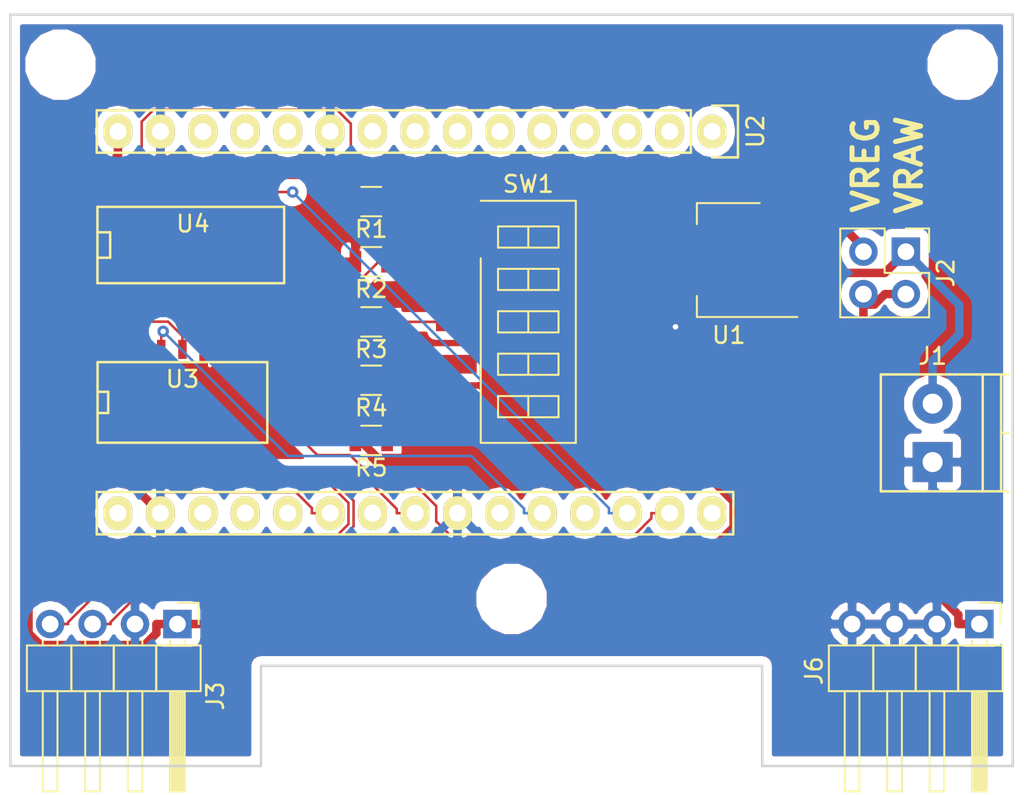
<source format=kicad_pcb>
(kicad_pcb (version 4) (host pcbnew 4.0.6)

  (general
    (links 59)
    (no_connects 0)
    (area 99.924999 54.924999 160.075001 100.075001)
    (thickness 1.6)
    (drawings 10)
    (tracks 288)
    (zones 0)
    (modules 17)
    (nets 40)
  )

  (page A4)
  (layers
    (0 F.Cu mixed)
    (31 B.Cu mixed)
    (34 B.Paste user)
    (35 F.Paste user)
    (36 B.SilkS user)
    (37 F.SilkS user)
    (38 B.Mask user)
    (39 F.Mask user)
    (44 Edge.Cuts user)
  )

  (setup
    (last_trace_width 0.508)
    (user_trace_width 0.1524)
    (user_trace_width 0.508)
    (trace_clearance 0.1524)
    (zone_clearance 0.508)
    (zone_45_only no)
    (trace_min 0.1524)
    (segment_width 0.2)
    (edge_width 0.15)
    (via_size 0.6858)
    (via_drill 0.3302)
    (via_min_size 0.508)
    (via_min_drill 0.254)
    (uvia_size 0.6858)
    (uvia_drill 0.3302)
    (uvias_allowed no)
    (uvia_min_size 0)
    (uvia_min_drill 0)
    (pcb_text_width 0.3)
    (pcb_text_size 1.5 1.5)
    (mod_edge_width 0.15)
    (mod_text_size 1 1)
    (mod_text_width 0.15)
    (pad_size 3.2 3.2)
    (pad_drill 3.2)
    (pad_to_mask_clearance 0.0508)
    (aux_axis_origin 0 0)
    (visible_elements FFFFFF7F)
    (pcbplotparams
      (layerselection 0x00030_80000001)
      (usegerberextensions false)
      (excludeedgelayer true)
      (linewidth 0.100000)
      (plotframeref false)
      (viasonmask false)
      (mode 1)
      (useauxorigin false)
      (hpglpennumber 1)
      (hpglpenspeed 20)
      (hpglpendiameter 15)
      (hpglpenoverlay 2)
      (psnegative false)
      (psa4output false)
      (plotreference true)
      (plotvalue true)
      (plotinvisibletext false)
      (padsonsilk false)
      (subtractmaskfromsilk false)
      (outputformat 1)
      (mirror false)
      (drillshape 1)
      (scaleselection 1)
      (outputdirectory ""))
  )

  (net 0 "")
  (net 1 "Net-(J1-Pad2)")
  (net 2 GND)
  (net 3 5VDC)
  (net 4 "Net-(J2-Pad3)")
  (net 5 LCLK5)
  (net 6 MOSI5)
  (net 7 SEL_0)
  (net 8 SEL_1)
  (net 9 SEL_2)
  (net 10 SEL_3)
  (net 11 SEL_4)
  (net 12 "Net-(U2-Pad1)")
  (net 13 "Net-(U2-Pad2)")
  (net 14 "Net-(U2-Pad3)")
  (net 15 "Net-(U2-Pad4)")
  (net 16 "Net-(U2-Pad5)")
  (net 17 "Net-(U2-Pad6)")
  (net 18 "Net-(U2-Pad7)")
  (net 19 "Net-(U2-Pad8)")
  (net 20 "Net-(U2-Pad9)")
  (net 21 "Net-(U2-Pad11)")
  (net 22 "Net-(U2-Pad12)")
  (net 23 "Net-(U2-Pad13)")
  (net 24 "Net-(U2-Pad30)")
  (net 25 "Net-(U2-Pad18)")
  (net 26 "Net-(U2-Pad19)")
  (net 27 "Net-(U2-Pad25)")
  (net 28 SHCLK)
  (net 29 "Net-(U2-Pad16)")
  (net 30 "Net-(U2-Pad22)")
  (net 31 LCLK)
  (net 32 MOSI)
  (net 33 "Net-(U2-Pad20)")
  (net 34 SHOUT)
  (net 35 "Net-(U2-Pad27)")
  (net 36 SH/~LD)
  (net 37 SH/~LD~5)
  (net 38 SHCLK5)
  (net 39 "Net-(U4-Pad7)")

  (net_class Default "This is the default net class."
    (clearance 0.1524)
    (trace_width 0.1524)
    (via_dia 0.6858)
    (via_drill 0.3302)
    (uvia_dia 0.6858)
    (uvia_drill 0.3302)
    (add_net LCLK)
    (add_net LCLK5)
    (add_net MOSI)
    (add_net MOSI5)
    (add_net "Net-(J1-Pad2)")
    (add_net "Net-(J2-Pad3)")
    (add_net "Net-(U2-Pad1)")
    (add_net "Net-(U2-Pad11)")
    (add_net "Net-(U2-Pad12)")
    (add_net "Net-(U2-Pad13)")
    (add_net "Net-(U2-Pad16)")
    (add_net "Net-(U2-Pad18)")
    (add_net "Net-(U2-Pad19)")
    (add_net "Net-(U2-Pad2)")
    (add_net "Net-(U2-Pad20)")
    (add_net "Net-(U2-Pad22)")
    (add_net "Net-(U2-Pad25)")
    (add_net "Net-(U2-Pad27)")
    (add_net "Net-(U2-Pad3)")
    (add_net "Net-(U2-Pad30)")
    (add_net "Net-(U2-Pad4)")
    (add_net "Net-(U2-Pad5)")
    (add_net "Net-(U2-Pad6)")
    (add_net "Net-(U2-Pad7)")
    (add_net "Net-(U2-Pad8)")
    (add_net "Net-(U2-Pad9)")
    (add_net "Net-(U4-Pad7)")
    (add_net SEL_0)
    (add_net SEL_1)
    (add_net SEL_2)
    (add_net SEL_3)
    (add_net SEL_4)
    (add_net SH/~LD)
    (add_net SH/~LD~5)
    (add_net SHCLK)
    (add_net SHCLK5)
    (add_net SHOUT)
  )

  (net_class Power ""
    (clearance 0.1524)
    (trace_width 0.508)
    (via_dia 0.6858)
    (via_drill 0.3302)
    (uvia_dia 0.6858)
    (uvia_drill 0.3302)
    (add_net 5VDC)
    (add_net GND)
  )

  (module Mounting_Holes:MountingHole_3.2mm_M3 (layer F.Cu) (tedit 5D0990D9) (tstamp 5D115927)
    (at 130.5 92.7)
    (descr "Mounting Hole 3.2mm, no annular, M3")
    (tags "mounting hole 3.2mm no annular m3")
    (fp_text reference REFBC (at 0.2 0) (layer F.SilkS) hide
      (effects (font (size 1 1) (thickness 0.15)))
    )
    (fp_text value "" (at 0 4.2) (layer F.Fab)
      (effects (font (size 1 1) (thickness 0.15)))
    )
    (fp_circle (center 0 0) (end 3.2 0) (layer Cmts.User) (width 0.15))
    (fp_circle (center 0 0) (end 3.45 0) (layer F.CrtYd) (width 0.05))
    (pad "" np_thru_hole circle (at -0.5 -2.7) (size 3.2 3.2) (drill 3.2) (layers *.Cu *.Mask))
  )

  (module nodemcu:NodeMCU_Amica_R2 locked (layer F.Cu) (tedit 5D098FB7) (tstamp 5D0428B5)
    (at 142 62 270)
    (descr "Through-hole-mounted NodeMCU 0.9")
    (tags nodemcu)
    (path /5D03F8D9)
    (fp_text reference U2 (at 0 -2.6 270) (layer F.SilkS)
      (effects (font (size 1 1) (thickness 0.15)))
    )
    (fp_text value NodeMCU_Amica_R2 (at 26.67 17.78 360) (layer F.Fab) hide
      (effects (font (size 2 2) (thickness 0.15)))
    )
    (fp_line (start 15.24 37.465) (end 15.24 42.545) (layer F.CrtYd) (width 0.15))
    (fp_line (start 7.62 37.465) (end 15.24 37.465) (layer F.CrtYd) (width 0.15))
    (fp_line (start 7.62 42.545) (end 7.62 37.465) (layer F.CrtYd) (width 0.15))
    (fp_line (start -1.905 42.545) (end -1.905 -6.35) (layer F.CrtYd) (width 0.15))
    (fp_line (start 24.765 42.545) (end -1.905 42.545) (layer F.CrtYd) (width 0.15))
    (fp_line (start 24.765 -6.35) (end 24.765 42.545) (layer F.CrtYd) (width 0.15))
    (fp_line (start -1.905 -6.35) (end 24.765 -6.35) (layer F.CrtYd) (width 0.15))
    (fp_line (start -1.27 1.27) (end -1.27 36.83) (layer F.SilkS) (width 0.15))
    (fp_line (start -1.27 36.83) (end 1.27 36.83) (layer F.SilkS) (width 0.15))
    (fp_line (start 1.27 36.83) (end 1.27 1.27) (layer F.SilkS) (width 0.15))
    (fp_line (start 1.55 -1.55) (end 1.55 0) (layer F.SilkS) (width 0.15))
    (fp_line (start 1.27 1.27) (end -1.27 1.27) (layer F.SilkS) (width 0.15))
    (fp_line (start -1.55 0) (end -1.55 -1.55) (layer F.SilkS) (width 0.15))
    (fp_line (start -1.55 -1.55) (end 1.55 -1.55) (layer F.SilkS) (width 0.15))
    (fp_line (start 21.59 36.83) (end 24.13 36.83) (layer F.SilkS) (width 0.15))
    (fp_line (start 21.59 -1.27) (end 21.59 36.83) (layer F.SilkS) (width 0.15))
    (fp_line (start 24.13 -1.27) (end 21.59 -1.27) (layer F.SilkS) (width 0.15))
    (fp_line (start 24.13 36.83) (end 24.13 -1.27) (layer F.SilkS) (width 0.15))
    (pad 1 thru_hole oval (at 0 0 270) (size 2.032 1.7272) (drill 1.016) (layers *.Cu *.Mask F.SilkS)
      (net 12 "Net-(U2-Pad1)"))
    (pad 2 thru_hole oval (at 0 2.54 270) (size 2.032 1.7272) (drill 1.016) (layers *.Cu *.Mask F.SilkS)
      (net 13 "Net-(U2-Pad2)"))
    (pad 3 thru_hole oval (at 0 5.08 270) (size 2.032 1.7272) (drill 1.016) (layers *.Cu *.Mask F.SilkS)
      (net 14 "Net-(U2-Pad3)"))
    (pad 4 thru_hole oval (at 0 7.62 270) (size 2.032 1.7272) (drill 1.016) (layers *.Cu *.Mask F.SilkS)
      (net 15 "Net-(U2-Pad4)"))
    (pad 5 thru_hole oval (at 0 10.16 270) (size 2.032 1.7272) (drill 1.016) (layers *.Cu *.Mask F.SilkS)
      (net 16 "Net-(U2-Pad5)"))
    (pad 6 thru_hole oval (at 0 12.7 270) (size 2.032 1.7272) (drill 1.016) (layers *.Cu *.Mask F.SilkS)
      (net 17 "Net-(U2-Pad6)"))
    (pad 7 thru_hole oval (at 0 15.24 270) (size 2.032 1.7272) (drill 1.016) (layers *.Cu *.Mask F.SilkS)
      (net 18 "Net-(U2-Pad7)"))
    (pad 8 thru_hole oval (at 0 17.78 270) (size 2.032 1.7272) (drill 1.016) (layers *.Cu *.Mask F.SilkS)
      (net 19 "Net-(U2-Pad8)"))
    (pad 9 thru_hole oval (at 0 20.32 270) (size 2.032 1.7272) (drill 1.016) (layers *.Cu *.Mask F.SilkS)
      (net 20 "Net-(U2-Pad9)"))
    (pad 10 thru_hole oval (at 0 22.86 270) (size 2.032 1.7272) (drill 1.016) (layers *.Cu *.Mask F.SilkS)
      (net 2 GND))
    (pad 11 thru_hole oval (at 0 25.4 270) (size 2.032 1.7272) (drill 1.016) (layers *.Cu *.Mask F.SilkS)
      (net 21 "Net-(U2-Pad11)"))
    (pad 12 thru_hole oval (at 0 27.94 270) (size 2.032 1.7272) (drill 1.016) (layers *.Cu *.Mask F.SilkS)
      (net 22 "Net-(U2-Pad12)"))
    (pad 13 thru_hole oval (at 0 30.48 270) (size 2.032 1.7272) (drill 1.016) (layers *.Cu *.Mask F.SilkS)
      (net 23 "Net-(U2-Pad13)"))
    (pad 14 thru_hole oval (at 0 33.02 270) (size 2.032 1.7272) (drill 1.016) (layers *.Cu *.Mask F.SilkS)
      (net 2 GND))
    (pad 15 thru_hole oval (at 0 35.56 270) (size 2.032 1.7272) (drill 1.016) (layers *.Cu *.Mask F.SilkS)
      (net 3 5VDC))
    (pad 30 thru_hole oval (at 22.86 0 270) (size 2.032 1.7272) (drill 1.016) (layers *.Cu *.Mask F.SilkS)
      (net 24 "Net-(U2-Pad30)"))
    (pad 18 thru_hole oval (at 22.86 30.48 270) (size 2.032 1.7272) (drill 1.016) (layers *.Cu *.Mask F.SilkS)
      (net 25 "Net-(U2-Pad18)"))
    (pad 17 thru_hole oval (at 22.86 33.02 270) (size 2.032 1.7272) (drill 1.016) (layers *.Cu *.Mask F.SilkS)
      (net 2 GND))
    (pad 19 thru_hole oval (at 22.86 27.94 270) (size 2.032 1.7272) (drill 1.016) (layers *.Cu *.Mask F.SilkS)
      (net 26 "Net-(U2-Pad19)"))
    (pad 25 thru_hole oval (at 22.86 12.7 270) (size 2.032 1.7272) (drill 1.016) (layers *.Cu *.Mask F.SilkS)
      (net 27 "Net-(U2-Pad25)"))
    (pad 26 thru_hole oval (at 22.86 10.16 270) (size 2.032 1.7272) (drill 1.016) (layers *.Cu *.Mask F.SilkS)
      (net 28 SHCLK))
    (pad 24 thru_hole oval (at 22.86 15.24 270) (size 2.032 1.7272) (drill 1.016) (layers *.Cu *.Mask F.SilkS)
      (net 2 GND))
    (pad 16 thru_hole oval (at 22.86 35.56 270) (size 2.032 1.7272) (drill 1.016) (layers *.Cu *.Mask F.SilkS)
      (net 29 "Net-(U2-Pad16)"))
    (pad 22 thru_hole oval (at 22.86 20.32 270) (size 2.032 1.7272) (drill 1.016) (layers *.Cu *.Mask F.SilkS)
      (net 30 "Net-(U2-Pad22)"))
    (pad 23 thru_hole oval (at 22.86 17.78 270) (size 2.032 1.7272) (drill 1.016) (layers *.Cu *.Mask F.SilkS)
      (net 31 LCLK))
    (pad 21 thru_hole oval (at 22.86 22.86 270) (size 2.032 1.7272) (drill 1.016) (layers *.Cu *.Mask F.SilkS)
      (net 32 MOSI))
    (pad 20 thru_hole oval (at 22.86 25.4 270) (size 2.032 1.7272) (drill 1.016) (layers *.Cu *.Mask F.SilkS)
      (net 33 "Net-(U2-Pad20)"))
    (pad 28 thru_hole oval (at 22.86 5.08 270) (size 2.032 1.7272) (drill 1.016) (layers *.Cu *.Mask F.SilkS)
      (net 34 SHOUT))
    (pad 27 thru_hole oval (at 22.86 7.62 270) (size 2.032 1.7272) (drill 1.016) (layers *.Cu *.Mask F.SilkS)
      (net 35 "Net-(U2-Pad27)"))
    (pad 29 thru_hole oval (at 22.86 2.54 270) (size 2.032 1.7272) (drill 1.016) (layers *.Cu *.Mask F.SilkS)
      (net 36 SH/~LD))
  )

  (module Mounting_Holes:MountingHole_3.2mm_M3 (layer F.Cu) (tedit 5D0990C1) (tstamp 5D11591B)
    (at 157.2 57.6)
    (descr "Mounting Hole 3.2mm, no annular, M3")
    (tags "mounting hole 3.2mm no annular m3")
    (fp_text reference REFMTR (at 0.1 3.1) (layer F.SilkS) hide
      (effects (font (size 1 1) (thickness 0.15)))
    )
    (fp_text value "" (at 0 4.2) (layer F.Fab)
      (effects (font (size 1 1) (thickness 0.15)))
    )
    (fp_circle (center 0 0) (end 3.2 0) (layer Cmts.User) (width 0.15))
    (fp_circle (center 0 0) (end 3.45 0) (layer F.CrtYd) (width 0.05))
    (pad "" np_thru_hole circle (at -0.2 0.4) (size 3.2 3.2) (drill 3.2) (layers *.Cu *.Mask))
  )

  (module Connectors_Terminal_Blocks:TerminalBlock_Pheonix_PT-3.5mm_2pol (layer F.Cu) (tedit 5D098FD5) (tstamp 5D042833)
    (at 155.2 81.8 90)
    (descr "2-way 3.5mm pitch terminal block, Phoenix PT series")
    (path /5D0401D5)
    (fp_text reference J1 (at 6.35 0 360) (layer F.SilkS)
      (effects (font (size 1 1) (thickness 0.15)))
    )
    (fp_text value CONN_01X02 (at 1.75 6 90) (layer F.Fab) hide
      (effects (font (size 1 1) (thickness 0.15)))
    )
    (fp_line (start -1.9 -3.3) (end 5.4 -3.3) (layer F.CrtYd) (width 0.05))
    (fp_line (start -1.9 4.7) (end -1.9 -3.3) (layer F.CrtYd) (width 0.05))
    (fp_line (start 5.4 4.7) (end -1.9 4.7) (layer F.CrtYd) (width 0.05))
    (fp_line (start 5.4 -3.3) (end 5.4 4.7) (layer F.CrtYd) (width 0.05))
    (fp_line (start 1.75 4.1) (end 1.75 4.5) (layer F.SilkS) (width 0.15))
    (fp_line (start -1.75 3) (end 5.25 3) (layer F.SilkS) (width 0.15))
    (fp_line (start -1.75 4.1) (end 5.25 4.1) (layer F.SilkS) (width 0.15))
    (fp_line (start -1.75 -3.1) (end -1.75 4.5) (layer F.SilkS) (width 0.15))
    (fp_line (start 5.25 4.5) (end 5.25 -3.1) (layer F.SilkS) (width 0.15))
    (fp_line (start 5.25 -3.1) (end -1.75 -3.1) (layer F.SilkS) (width 0.15))
    (pad 2 thru_hole circle (at 3.5 0 90) (size 2.4 2.4) (drill 1.2) (layers *.Cu *.Mask)
      (net 1 "Net-(J1-Pad2)"))
    (pad 1 thru_hole rect (at 0 0 90) (size 2.4 2.4) (drill 1.2) (layers *.Cu *.Mask)
      (net 2 GND))
    (model Terminal_Blocks.3dshapes/TerminalBlock_Pheonix_PT-3.5mm_2pol.wrl
      (at (xyz 0 0 0))
      (scale (xyz 1 1 1))
      (rotate (xyz 0 0 0))
    )
  )

  (module Pin_Headers:Pin_Header_Straight_2x02_Pitch2.54mm (layer F.Cu) (tedit 5D098FD1) (tstamp 5D04283B)
    (at 153.6 69.2 270)
    (descr "Through hole straight pin header, 2x02, 2.54mm pitch, double rows")
    (tags "Through hole pin header THT 2x02 2.54mm double row")
    (path /5D040606)
    (fp_text reference J2 (at 1.27 -2.39 270) (layer F.SilkS)
      (effects (font (size 1 1) (thickness 0.15)))
    )
    (fp_text value CONN_02X02 (at 1.27 4.93 270) (layer F.Fab) hide
      (effects (font (size 1 1) (thickness 0.15)))
    )
    (fp_line (start -1.27 -1.27) (end -1.27 3.81) (layer F.Fab) (width 0.1))
    (fp_line (start -1.27 3.81) (end 3.81 3.81) (layer F.Fab) (width 0.1))
    (fp_line (start 3.81 3.81) (end 3.81 -1.27) (layer F.Fab) (width 0.1))
    (fp_line (start 3.81 -1.27) (end -1.27 -1.27) (layer F.Fab) (width 0.1))
    (fp_line (start -1.39 1.27) (end -1.39 3.93) (layer F.SilkS) (width 0.12))
    (fp_line (start -1.39 3.93) (end 3.93 3.93) (layer F.SilkS) (width 0.12))
    (fp_line (start 3.93 3.93) (end 3.93 -1.39) (layer F.SilkS) (width 0.12))
    (fp_line (start 3.93 -1.39) (end 1.27 -1.39) (layer F.SilkS) (width 0.12))
    (fp_line (start 1.27 -1.39) (end 1.27 1.27) (layer F.SilkS) (width 0.12))
    (fp_line (start 1.27 1.27) (end -1.39 1.27) (layer F.SilkS) (width 0.12))
    (fp_line (start -1.39 0) (end -1.39 -1.39) (layer F.SilkS) (width 0.12))
    (fp_line (start -1.39 -1.39) (end 0 -1.39) (layer F.SilkS) (width 0.12))
    (fp_line (start -1.6 -1.6) (end -1.6 4.1) (layer F.CrtYd) (width 0.05))
    (fp_line (start -1.6 4.1) (end 4.1 4.1) (layer F.CrtYd) (width 0.05))
    (fp_line (start 4.1 4.1) (end 4.1 -1.6) (layer F.CrtYd) (width 0.05))
    (fp_line (start 4.1 -1.6) (end -1.6 -1.6) (layer F.CrtYd) (width 0.05))
    (pad 1 thru_hole rect (at 0 0 270) (size 1.7 1.7) (drill 1) (layers *.Cu *.Mask)
      (net 1 "Net-(J1-Pad2)"))
    (pad 2 thru_hole oval (at 2.54 0 270) (size 1.7 1.7) (drill 1) (layers *.Cu *.Mask)
      (net 3 5VDC))
    (pad 3 thru_hole oval (at 0 2.54 270) (size 1.7 1.7) (drill 1) (layers *.Cu *.Mask)
      (net 4 "Net-(J2-Pad3)"))
    (pad 4 thru_hole oval (at 2.54 2.54 270) (size 1.7 1.7) (drill 1) (layers *.Cu *.Mask)
      (net 3 5VDC))
    (model Pin_Headers.3dshapes/Pin_Header_Straight_2x02_Pitch2.54mm.wrl
      (at (xyz 0.05 -0.05 0))
      (scale (xyz 1 1 1))
      (rotate (xyz 0 0 90))
    )
  )

  (module Pin_Headers:Pin_Header_Angled_1x04_Pitch2.54mm (layer F.Cu) (tedit 5D098FBC) (tstamp 5D042843)
    (at 110 91.5 270)
    (descr "Through hole angled pin header, 1x04, 2.54mm pitch, 6mm pin length, single row")
    (tags "Through hole angled pin header THT 1x04 2.54mm single row")
    (path /5D040290)
    (fp_text reference J3 (at 4.315 -2.27 270) (layer F.SilkS)
      (effects (font (size 1 1) (thickness 0.15)))
    )
    (fp_text value CONN_01X04 (at 4.315 9.89 270) (layer F.Fab) hide
      (effects (font (size 1 1) (thickness 0.15)))
    )
    (fp_line (start 1.4 -1.27) (end 1.4 1.27) (layer F.Fab) (width 0.1))
    (fp_line (start 1.4 1.27) (end 3.9 1.27) (layer F.Fab) (width 0.1))
    (fp_line (start 3.9 1.27) (end 3.9 -1.27) (layer F.Fab) (width 0.1))
    (fp_line (start 3.9 -1.27) (end 1.4 -1.27) (layer F.Fab) (width 0.1))
    (fp_line (start 0 -0.32) (end 0 0.32) (layer F.Fab) (width 0.1))
    (fp_line (start 0 0.32) (end 9.9 0.32) (layer F.Fab) (width 0.1))
    (fp_line (start 9.9 0.32) (end 9.9 -0.32) (layer F.Fab) (width 0.1))
    (fp_line (start 9.9 -0.32) (end 0 -0.32) (layer F.Fab) (width 0.1))
    (fp_line (start 1.4 1.27) (end 1.4 3.81) (layer F.Fab) (width 0.1))
    (fp_line (start 1.4 3.81) (end 3.9 3.81) (layer F.Fab) (width 0.1))
    (fp_line (start 3.9 3.81) (end 3.9 1.27) (layer F.Fab) (width 0.1))
    (fp_line (start 3.9 1.27) (end 1.4 1.27) (layer F.Fab) (width 0.1))
    (fp_line (start 0 2.22) (end 0 2.86) (layer F.Fab) (width 0.1))
    (fp_line (start 0 2.86) (end 9.9 2.86) (layer F.Fab) (width 0.1))
    (fp_line (start 9.9 2.86) (end 9.9 2.22) (layer F.Fab) (width 0.1))
    (fp_line (start 9.9 2.22) (end 0 2.22) (layer F.Fab) (width 0.1))
    (fp_line (start 1.4 3.81) (end 1.4 6.35) (layer F.Fab) (width 0.1))
    (fp_line (start 1.4 6.35) (end 3.9 6.35) (layer F.Fab) (width 0.1))
    (fp_line (start 3.9 6.35) (end 3.9 3.81) (layer F.Fab) (width 0.1))
    (fp_line (start 3.9 3.81) (end 1.4 3.81) (layer F.Fab) (width 0.1))
    (fp_line (start 0 4.76) (end 0 5.4) (layer F.Fab) (width 0.1))
    (fp_line (start 0 5.4) (end 9.9 5.4) (layer F.Fab) (width 0.1))
    (fp_line (start 9.9 5.4) (end 9.9 4.76) (layer F.Fab) (width 0.1))
    (fp_line (start 9.9 4.76) (end 0 4.76) (layer F.Fab) (width 0.1))
    (fp_line (start 1.4 6.35) (end 1.4 8.89) (layer F.Fab) (width 0.1))
    (fp_line (start 1.4 8.89) (end 3.9 8.89) (layer F.Fab) (width 0.1))
    (fp_line (start 3.9 8.89) (end 3.9 6.35) (layer F.Fab) (width 0.1))
    (fp_line (start 3.9 6.35) (end 1.4 6.35) (layer F.Fab) (width 0.1))
    (fp_line (start 0 7.3) (end 0 7.94) (layer F.Fab) (width 0.1))
    (fp_line (start 0 7.94) (end 9.9 7.94) (layer F.Fab) (width 0.1))
    (fp_line (start 9.9 7.94) (end 9.9 7.3) (layer F.Fab) (width 0.1))
    (fp_line (start 9.9 7.3) (end 0 7.3) (layer F.Fab) (width 0.1))
    (fp_line (start 1.28 -1.39) (end 1.28 1.27) (layer F.SilkS) (width 0.12))
    (fp_line (start 1.28 1.27) (end 4.02 1.27) (layer F.SilkS) (width 0.12))
    (fp_line (start 4.02 1.27) (end 4.02 -1.39) (layer F.SilkS) (width 0.12))
    (fp_line (start 4.02 -1.39) (end 1.28 -1.39) (layer F.SilkS) (width 0.12))
    (fp_line (start 4.02 -0.44) (end 4.02 0.44) (layer F.SilkS) (width 0.12))
    (fp_line (start 4.02 0.44) (end 10.02 0.44) (layer F.SilkS) (width 0.12))
    (fp_line (start 10.02 0.44) (end 10.02 -0.44) (layer F.SilkS) (width 0.12))
    (fp_line (start 10.02 -0.44) (end 4.02 -0.44) (layer F.SilkS) (width 0.12))
    (fp_line (start 0.97 -0.44) (end 1.28 -0.44) (layer F.SilkS) (width 0.12))
    (fp_line (start 0.97 0.44) (end 1.28 0.44) (layer F.SilkS) (width 0.12))
    (fp_line (start 4.02 -0.32) (end 10.02 -0.32) (layer F.SilkS) (width 0.12))
    (fp_line (start 4.02 -0.2) (end 10.02 -0.2) (layer F.SilkS) (width 0.12))
    (fp_line (start 4.02 -0.08) (end 10.02 -0.08) (layer F.SilkS) (width 0.12))
    (fp_line (start 4.02 0.04) (end 10.02 0.04) (layer F.SilkS) (width 0.12))
    (fp_line (start 4.02 0.16) (end 10.02 0.16) (layer F.SilkS) (width 0.12))
    (fp_line (start 4.02 0.28) (end 10.02 0.28) (layer F.SilkS) (width 0.12))
    (fp_line (start 4.02 0.4) (end 10.02 0.4) (layer F.SilkS) (width 0.12))
    (fp_line (start 1.28 1.27) (end 1.28 3.81) (layer F.SilkS) (width 0.12))
    (fp_line (start 1.28 3.81) (end 4.02 3.81) (layer F.SilkS) (width 0.12))
    (fp_line (start 4.02 3.81) (end 4.02 1.27) (layer F.SilkS) (width 0.12))
    (fp_line (start 4.02 1.27) (end 1.28 1.27) (layer F.SilkS) (width 0.12))
    (fp_line (start 4.02 2.1) (end 4.02 2.98) (layer F.SilkS) (width 0.12))
    (fp_line (start 4.02 2.98) (end 10.02 2.98) (layer F.SilkS) (width 0.12))
    (fp_line (start 10.02 2.98) (end 10.02 2.1) (layer F.SilkS) (width 0.12))
    (fp_line (start 10.02 2.1) (end 4.02 2.1) (layer F.SilkS) (width 0.12))
    (fp_line (start 0.97 2.1) (end 1.28 2.1) (layer F.SilkS) (width 0.12))
    (fp_line (start 0.97 2.98) (end 1.28 2.98) (layer F.SilkS) (width 0.12))
    (fp_line (start 1.28 3.81) (end 1.28 6.35) (layer F.SilkS) (width 0.12))
    (fp_line (start 1.28 6.35) (end 4.02 6.35) (layer F.SilkS) (width 0.12))
    (fp_line (start 4.02 6.35) (end 4.02 3.81) (layer F.SilkS) (width 0.12))
    (fp_line (start 4.02 3.81) (end 1.28 3.81) (layer F.SilkS) (width 0.12))
    (fp_line (start 4.02 4.64) (end 4.02 5.52) (layer F.SilkS) (width 0.12))
    (fp_line (start 4.02 5.52) (end 10.02 5.52) (layer F.SilkS) (width 0.12))
    (fp_line (start 10.02 5.52) (end 10.02 4.64) (layer F.SilkS) (width 0.12))
    (fp_line (start 10.02 4.64) (end 4.02 4.64) (layer F.SilkS) (width 0.12))
    (fp_line (start 0.97 4.64) (end 1.28 4.64) (layer F.SilkS) (width 0.12))
    (fp_line (start 0.97 5.52) (end 1.28 5.52) (layer F.SilkS) (width 0.12))
    (fp_line (start 1.28 6.35) (end 1.28 9.01) (layer F.SilkS) (width 0.12))
    (fp_line (start 1.28 9.01) (end 4.02 9.01) (layer F.SilkS) (width 0.12))
    (fp_line (start 4.02 9.01) (end 4.02 6.35) (layer F.SilkS) (width 0.12))
    (fp_line (start 4.02 6.35) (end 1.28 6.35) (layer F.SilkS) (width 0.12))
    (fp_line (start 4.02 7.18) (end 4.02 8.06) (layer F.SilkS) (width 0.12))
    (fp_line (start 4.02 8.06) (end 10.02 8.06) (layer F.SilkS) (width 0.12))
    (fp_line (start 10.02 8.06) (end 10.02 7.18) (layer F.SilkS) (width 0.12))
    (fp_line (start 10.02 7.18) (end 4.02 7.18) (layer F.SilkS) (width 0.12))
    (fp_line (start 0.97 7.18) (end 1.28 7.18) (layer F.SilkS) (width 0.12))
    (fp_line (start 0.97 8.06) (end 1.28 8.06) (layer F.SilkS) (width 0.12))
    (fp_line (start -1.27 0) (end -1.27 -1.27) (layer F.SilkS) (width 0.12))
    (fp_line (start -1.27 -1.27) (end 0 -1.27) (layer F.SilkS) (width 0.12))
    (fp_line (start -1.6 -1.6) (end -1.6 9.2) (layer F.CrtYd) (width 0.05))
    (fp_line (start -1.6 9.2) (end 10.2 9.2) (layer F.CrtYd) (width 0.05))
    (fp_line (start 10.2 9.2) (end 10.2 -1.6) (layer F.CrtYd) (width 0.05))
    (fp_line (start 10.2 -1.6) (end -1.6 -1.6) (layer F.CrtYd) (width 0.05))
    (pad 1 thru_hole rect (at 0 0 270) (size 1.7 1.7) (drill 1) (layers *.Cu *.Mask)
      (net 3 5VDC))
    (pad 2 thru_hole oval (at 0 2.54 270) (size 1.7 1.7) (drill 1) (layers *.Cu *.Mask)
      (net 2 GND))
    (pad 3 thru_hole oval (at 0 5.08 270) (size 1.7 1.7) (drill 1) (layers *.Cu *.Mask)
      (net 5 LCLK5))
    (pad 4 thru_hole oval (at 0 7.62 270) (size 1.7 1.7) (drill 1) (layers *.Cu *.Mask)
      (net 6 MOSI5))
    (model Pin_Headers.3dshapes/Pin_Header_Angled_1x04_Pitch2.54mm.wrl
      (at (xyz 0 -0.15 0))
      (scale (xyz 1 1 1))
      (rotate (xyz 0 0 90))
    )
  )

  (module Pin_Headers:Pin_Header_Angled_1x04_Pitch2.54mm (layer F.Cu) (tedit 5D098FC2) (tstamp 5D04285B)
    (at 158 91.5 270)
    (descr "Through hole angled pin header, 1x04, 2.54mm pitch, 6mm pin length, single row")
    (tags "Through hole angled pin header THT 1x04 2.54mm single row")
    (path /5D048871)
    (fp_text reference J6 (at 2.8 9.9 270) (layer F.SilkS)
      (effects (font (size 1 1) (thickness 0.15)))
    )
    (fp_text value CONN_01X04 (at 4.315 9.89 270) (layer F.Fab) hide
      (effects (font (size 1 1) (thickness 0.15)))
    )
    (fp_line (start 1.4 -1.27) (end 1.4 1.27) (layer F.Fab) (width 0.1))
    (fp_line (start 1.4 1.27) (end 3.9 1.27) (layer F.Fab) (width 0.1))
    (fp_line (start 3.9 1.27) (end 3.9 -1.27) (layer F.Fab) (width 0.1))
    (fp_line (start 3.9 -1.27) (end 1.4 -1.27) (layer F.Fab) (width 0.1))
    (fp_line (start 0 -0.32) (end 0 0.32) (layer F.Fab) (width 0.1))
    (fp_line (start 0 0.32) (end 9.9 0.32) (layer F.Fab) (width 0.1))
    (fp_line (start 9.9 0.32) (end 9.9 -0.32) (layer F.Fab) (width 0.1))
    (fp_line (start 9.9 -0.32) (end 0 -0.32) (layer F.Fab) (width 0.1))
    (fp_line (start 1.4 1.27) (end 1.4 3.81) (layer F.Fab) (width 0.1))
    (fp_line (start 1.4 3.81) (end 3.9 3.81) (layer F.Fab) (width 0.1))
    (fp_line (start 3.9 3.81) (end 3.9 1.27) (layer F.Fab) (width 0.1))
    (fp_line (start 3.9 1.27) (end 1.4 1.27) (layer F.Fab) (width 0.1))
    (fp_line (start 0 2.22) (end 0 2.86) (layer F.Fab) (width 0.1))
    (fp_line (start 0 2.86) (end 9.9 2.86) (layer F.Fab) (width 0.1))
    (fp_line (start 9.9 2.86) (end 9.9 2.22) (layer F.Fab) (width 0.1))
    (fp_line (start 9.9 2.22) (end 0 2.22) (layer F.Fab) (width 0.1))
    (fp_line (start 1.4 3.81) (end 1.4 6.35) (layer F.Fab) (width 0.1))
    (fp_line (start 1.4 6.35) (end 3.9 6.35) (layer F.Fab) (width 0.1))
    (fp_line (start 3.9 6.35) (end 3.9 3.81) (layer F.Fab) (width 0.1))
    (fp_line (start 3.9 3.81) (end 1.4 3.81) (layer F.Fab) (width 0.1))
    (fp_line (start 0 4.76) (end 0 5.4) (layer F.Fab) (width 0.1))
    (fp_line (start 0 5.4) (end 9.9 5.4) (layer F.Fab) (width 0.1))
    (fp_line (start 9.9 5.4) (end 9.9 4.76) (layer F.Fab) (width 0.1))
    (fp_line (start 9.9 4.76) (end 0 4.76) (layer F.Fab) (width 0.1))
    (fp_line (start 1.4 6.35) (end 1.4 8.89) (layer F.Fab) (width 0.1))
    (fp_line (start 1.4 8.89) (end 3.9 8.89) (layer F.Fab) (width 0.1))
    (fp_line (start 3.9 8.89) (end 3.9 6.35) (layer F.Fab) (width 0.1))
    (fp_line (start 3.9 6.35) (end 1.4 6.35) (layer F.Fab) (width 0.1))
    (fp_line (start 0 7.3) (end 0 7.94) (layer F.Fab) (width 0.1))
    (fp_line (start 0 7.94) (end 9.9 7.94) (layer F.Fab) (width 0.1))
    (fp_line (start 9.9 7.94) (end 9.9 7.3) (layer F.Fab) (width 0.1))
    (fp_line (start 9.9 7.3) (end 0 7.3) (layer F.Fab) (width 0.1))
    (fp_line (start 1.28 -1.39) (end 1.28 1.27) (layer F.SilkS) (width 0.12))
    (fp_line (start 1.28 1.27) (end 4.02 1.27) (layer F.SilkS) (width 0.12))
    (fp_line (start 4.02 1.27) (end 4.02 -1.39) (layer F.SilkS) (width 0.12))
    (fp_line (start 4.02 -1.39) (end 1.28 -1.39) (layer F.SilkS) (width 0.12))
    (fp_line (start 4.02 -0.44) (end 4.02 0.44) (layer F.SilkS) (width 0.12))
    (fp_line (start 4.02 0.44) (end 10.02 0.44) (layer F.SilkS) (width 0.12))
    (fp_line (start 10.02 0.44) (end 10.02 -0.44) (layer F.SilkS) (width 0.12))
    (fp_line (start 10.02 -0.44) (end 4.02 -0.44) (layer F.SilkS) (width 0.12))
    (fp_line (start 0.97 -0.44) (end 1.28 -0.44) (layer F.SilkS) (width 0.12))
    (fp_line (start 0.97 0.44) (end 1.28 0.44) (layer F.SilkS) (width 0.12))
    (fp_line (start 4.02 -0.32) (end 10.02 -0.32) (layer F.SilkS) (width 0.12))
    (fp_line (start 4.02 -0.2) (end 10.02 -0.2) (layer F.SilkS) (width 0.12))
    (fp_line (start 4.02 -0.08) (end 10.02 -0.08) (layer F.SilkS) (width 0.12))
    (fp_line (start 4.02 0.04) (end 10.02 0.04) (layer F.SilkS) (width 0.12))
    (fp_line (start 4.02 0.16) (end 10.02 0.16) (layer F.SilkS) (width 0.12))
    (fp_line (start 4.02 0.28) (end 10.02 0.28) (layer F.SilkS) (width 0.12))
    (fp_line (start 4.02 0.4) (end 10.02 0.4) (layer F.SilkS) (width 0.12))
    (fp_line (start 1.28 1.27) (end 1.28 3.81) (layer F.SilkS) (width 0.12))
    (fp_line (start 1.28 3.81) (end 4.02 3.81) (layer F.SilkS) (width 0.12))
    (fp_line (start 4.02 3.81) (end 4.02 1.27) (layer F.SilkS) (width 0.12))
    (fp_line (start 4.02 1.27) (end 1.28 1.27) (layer F.SilkS) (width 0.12))
    (fp_line (start 4.02 2.1) (end 4.02 2.98) (layer F.SilkS) (width 0.12))
    (fp_line (start 4.02 2.98) (end 10.02 2.98) (layer F.SilkS) (width 0.12))
    (fp_line (start 10.02 2.98) (end 10.02 2.1) (layer F.SilkS) (width 0.12))
    (fp_line (start 10.02 2.1) (end 4.02 2.1) (layer F.SilkS) (width 0.12))
    (fp_line (start 0.97 2.1) (end 1.28 2.1) (layer F.SilkS) (width 0.12))
    (fp_line (start 0.97 2.98) (end 1.28 2.98) (layer F.SilkS) (width 0.12))
    (fp_line (start 1.28 3.81) (end 1.28 6.35) (layer F.SilkS) (width 0.12))
    (fp_line (start 1.28 6.35) (end 4.02 6.35) (layer F.SilkS) (width 0.12))
    (fp_line (start 4.02 6.35) (end 4.02 3.81) (layer F.SilkS) (width 0.12))
    (fp_line (start 4.02 3.81) (end 1.28 3.81) (layer F.SilkS) (width 0.12))
    (fp_line (start 4.02 4.64) (end 4.02 5.52) (layer F.SilkS) (width 0.12))
    (fp_line (start 4.02 5.52) (end 10.02 5.52) (layer F.SilkS) (width 0.12))
    (fp_line (start 10.02 5.52) (end 10.02 4.64) (layer F.SilkS) (width 0.12))
    (fp_line (start 10.02 4.64) (end 4.02 4.64) (layer F.SilkS) (width 0.12))
    (fp_line (start 0.97 4.64) (end 1.28 4.64) (layer F.SilkS) (width 0.12))
    (fp_line (start 0.97 5.52) (end 1.28 5.52) (layer F.SilkS) (width 0.12))
    (fp_line (start 1.28 6.35) (end 1.28 9.01) (layer F.SilkS) (width 0.12))
    (fp_line (start 1.28 9.01) (end 4.02 9.01) (layer F.SilkS) (width 0.12))
    (fp_line (start 4.02 9.01) (end 4.02 6.35) (layer F.SilkS) (width 0.12))
    (fp_line (start 4.02 6.35) (end 1.28 6.35) (layer F.SilkS) (width 0.12))
    (fp_line (start 4.02 7.18) (end 4.02 8.06) (layer F.SilkS) (width 0.12))
    (fp_line (start 4.02 8.06) (end 10.02 8.06) (layer F.SilkS) (width 0.12))
    (fp_line (start 10.02 8.06) (end 10.02 7.18) (layer F.SilkS) (width 0.12))
    (fp_line (start 10.02 7.18) (end 4.02 7.18) (layer F.SilkS) (width 0.12))
    (fp_line (start 0.97 7.18) (end 1.28 7.18) (layer F.SilkS) (width 0.12))
    (fp_line (start 0.97 8.06) (end 1.28 8.06) (layer F.SilkS) (width 0.12))
    (fp_line (start -1.27 0) (end -1.27 -1.27) (layer F.SilkS) (width 0.12))
    (fp_line (start -1.27 -1.27) (end 0 -1.27) (layer F.SilkS) (width 0.12))
    (fp_line (start -1.6 -1.6) (end -1.6 9.2) (layer F.CrtYd) (width 0.05))
    (fp_line (start -1.6 9.2) (end 10.2 9.2) (layer F.CrtYd) (width 0.05))
    (fp_line (start 10.2 9.2) (end 10.2 -1.6) (layer F.CrtYd) (width 0.05))
    (fp_line (start 10.2 -1.6) (end -1.6 -1.6) (layer F.CrtYd) (width 0.05))
    (pad 1 thru_hole rect (at 0 0 270) (size 1.7 1.7) (drill 1) (layers *.Cu *.Mask)
      (net 3 5VDC))
    (pad 2 thru_hole oval (at 0 2.54 270) (size 1.7 1.7) (drill 1) (layers *.Cu *.Mask)
      (net 2 GND))
    (pad 3 thru_hole oval (at 0 5.08 270) (size 1.7 1.7) (drill 1) (layers *.Cu *.Mask)
      (net 2 GND))
    (pad 4 thru_hole oval (at 0 7.62 270) (size 1.7 1.7) (drill 1) (layers *.Cu *.Mask)
      (net 2 GND))
    (model Pin_Headers.3dshapes/Pin_Header_Angled_1x04_Pitch2.54mm.wrl
      (at (xyz 0 -0.15 0))
      (scale (xyz 1 1 1))
      (rotate (xyz 0 0 90))
    )
  )

  (module Resistors_SMD:R_0805 (layer F.Cu) (tedit 58AADA8F) (tstamp 5D042861)
    (at 121.6 66.2 180)
    (descr "Resistor SMD 0805, reflow soldering, Vishay (see dcrcw.pdf)")
    (tags "resistor 0805")
    (path /5D0413C4)
    (attr smd)
    (fp_text reference R1 (at 0 -1.65 180) (layer F.SilkS)
      (effects (font (size 1 1) (thickness 0.15)))
    )
    (fp_text value 10K (at 0 1.75 180) (layer F.Fab)
      (effects (font (size 1 1) (thickness 0.15)))
    )
    (fp_text user %R (at 0 -1.65 180) (layer F.Fab)
      (effects (font (size 1 1) (thickness 0.15)))
    )
    (fp_line (start -1 0.62) (end -1 -0.62) (layer F.Fab) (width 0.1))
    (fp_line (start 1 0.62) (end -1 0.62) (layer F.Fab) (width 0.1))
    (fp_line (start 1 -0.62) (end 1 0.62) (layer F.Fab) (width 0.1))
    (fp_line (start -1 -0.62) (end 1 -0.62) (layer F.Fab) (width 0.1))
    (fp_line (start 0.6 0.88) (end -0.6 0.88) (layer F.SilkS) (width 0.12))
    (fp_line (start -0.6 -0.88) (end 0.6 -0.88) (layer F.SilkS) (width 0.12))
    (fp_line (start -1.55 -0.9) (end 1.55 -0.9) (layer F.CrtYd) (width 0.05))
    (fp_line (start -1.55 -0.9) (end -1.55 0.9) (layer F.CrtYd) (width 0.05))
    (fp_line (start 1.55 0.9) (end 1.55 -0.9) (layer F.CrtYd) (width 0.05))
    (fp_line (start 1.55 0.9) (end -1.55 0.9) (layer F.CrtYd) (width 0.05))
    (pad 1 smd rect (at -0.95 0 180) (size 0.7 1.3) (layers F.Cu F.Paste F.Mask)
      (net 7 SEL_0))
    (pad 2 smd rect (at 0.95 0 180) (size 0.7 1.3) (layers F.Cu F.Paste F.Mask)
      (net 2 GND))
    (model Resistors_SMD.3dshapes/R_0805.wrl
      (at (xyz 0 0 0))
      (scale (xyz 1 1 1))
      (rotate (xyz 0 0 0))
    )
  )

  (module Resistors_SMD:R_0805 (layer F.Cu) (tedit 58AADA8F) (tstamp 5D042867)
    (at 121.6 69.8 180)
    (descr "Resistor SMD 0805, reflow soldering, Vishay (see dcrcw.pdf)")
    (tags "resistor 0805")
    (path /5D041374)
    (attr smd)
    (fp_text reference R2 (at 0 -1.65 180) (layer F.SilkS)
      (effects (font (size 1 1) (thickness 0.15)))
    )
    (fp_text value 10K (at 0 1.75 180) (layer F.Fab)
      (effects (font (size 1 1) (thickness 0.15)))
    )
    (fp_text user %R (at 0 -1.65 180) (layer F.Fab)
      (effects (font (size 1 1) (thickness 0.15)))
    )
    (fp_line (start -1 0.62) (end -1 -0.62) (layer F.Fab) (width 0.1))
    (fp_line (start 1 0.62) (end -1 0.62) (layer F.Fab) (width 0.1))
    (fp_line (start 1 -0.62) (end 1 0.62) (layer F.Fab) (width 0.1))
    (fp_line (start -1 -0.62) (end 1 -0.62) (layer F.Fab) (width 0.1))
    (fp_line (start 0.6 0.88) (end -0.6 0.88) (layer F.SilkS) (width 0.12))
    (fp_line (start -0.6 -0.88) (end 0.6 -0.88) (layer F.SilkS) (width 0.12))
    (fp_line (start -1.55 -0.9) (end 1.55 -0.9) (layer F.CrtYd) (width 0.05))
    (fp_line (start -1.55 -0.9) (end -1.55 0.9) (layer F.CrtYd) (width 0.05))
    (fp_line (start 1.55 0.9) (end 1.55 -0.9) (layer F.CrtYd) (width 0.05))
    (fp_line (start 1.55 0.9) (end -1.55 0.9) (layer F.CrtYd) (width 0.05))
    (pad 1 smd rect (at -0.95 0 180) (size 0.7 1.3) (layers F.Cu F.Paste F.Mask)
      (net 8 SEL_1))
    (pad 2 smd rect (at 0.95 0 180) (size 0.7 1.3) (layers F.Cu F.Paste F.Mask)
      (net 2 GND))
    (model Resistors_SMD.3dshapes/R_0805.wrl
      (at (xyz 0 0 0))
      (scale (xyz 1 1 1))
      (rotate (xyz 0 0 0))
    )
  )

  (module Resistors_SMD:R_0805 (layer F.Cu) (tedit 58AADA8F) (tstamp 5D04286D)
    (at 121.6 73.4 180)
    (descr "Resistor SMD 0805, reflow soldering, Vishay (see dcrcw.pdf)")
    (tags "resistor 0805")
    (path /5D041055)
    (attr smd)
    (fp_text reference R3 (at 0 -1.65 180) (layer F.SilkS)
      (effects (font (size 1 1) (thickness 0.15)))
    )
    (fp_text value 10K (at 0 1.75 180) (layer F.Fab)
      (effects (font (size 1 1) (thickness 0.15)))
    )
    (fp_text user %R (at 0 -1.65 180) (layer F.Fab)
      (effects (font (size 1 1) (thickness 0.15)))
    )
    (fp_line (start -1 0.62) (end -1 -0.62) (layer F.Fab) (width 0.1))
    (fp_line (start 1 0.62) (end -1 0.62) (layer F.Fab) (width 0.1))
    (fp_line (start 1 -0.62) (end 1 0.62) (layer F.Fab) (width 0.1))
    (fp_line (start -1 -0.62) (end 1 -0.62) (layer F.Fab) (width 0.1))
    (fp_line (start 0.6 0.88) (end -0.6 0.88) (layer F.SilkS) (width 0.12))
    (fp_line (start -0.6 -0.88) (end 0.6 -0.88) (layer F.SilkS) (width 0.12))
    (fp_line (start -1.55 -0.9) (end 1.55 -0.9) (layer F.CrtYd) (width 0.05))
    (fp_line (start -1.55 -0.9) (end -1.55 0.9) (layer F.CrtYd) (width 0.05))
    (fp_line (start 1.55 0.9) (end 1.55 -0.9) (layer F.CrtYd) (width 0.05))
    (fp_line (start 1.55 0.9) (end -1.55 0.9) (layer F.CrtYd) (width 0.05))
    (pad 1 smd rect (at -0.95 0 180) (size 0.7 1.3) (layers F.Cu F.Paste F.Mask)
      (net 9 SEL_2))
    (pad 2 smd rect (at 0.95 0 180) (size 0.7 1.3) (layers F.Cu F.Paste F.Mask)
      (net 2 GND))
    (model Resistors_SMD.3dshapes/R_0805.wrl
      (at (xyz 0 0 0))
      (scale (xyz 1 1 1))
      (rotate (xyz 0 0 0))
    )
  )

  (module Resistors_SMD:R_0805 (layer F.Cu) (tedit 58AADA8F) (tstamp 5D042873)
    (at 121.6 76.9 180)
    (descr "Resistor SMD 0805, reflow soldering, Vishay (see dcrcw.pdf)")
    (tags "resistor 0805")
    (path /5D041405)
    (attr smd)
    (fp_text reference R4 (at 0 -1.65 180) (layer F.SilkS)
      (effects (font (size 1 1) (thickness 0.15)))
    )
    (fp_text value 10K (at 0 1.75 180) (layer F.Fab)
      (effects (font (size 1 1) (thickness 0.15)))
    )
    (fp_text user %R (at 0 -1.65 180) (layer F.Fab)
      (effects (font (size 1 1) (thickness 0.15)))
    )
    (fp_line (start -1 0.62) (end -1 -0.62) (layer F.Fab) (width 0.1))
    (fp_line (start 1 0.62) (end -1 0.62) (layer F.Fab) (width 0.1))
    (fp_line (start 1 -0.62) (end 1 0.62) (layer F.Fab) (width 0.1))
    (fp_line (start -1 -0.62) (end 1 -0.62) (layer F.Fab) (width 0.1))
    (fp_line (start 0.6 0.88) (end -0.6 0.88) (layer F.SilkS) (width 0.12))
    (fp_line (start -0.6 -0.88) (end 0.6 -0.88) (layer F.SilkS) (width 0.12))
    (fp_line (start -1.55 -0.9) (end 1.55 -0.9) (layer F.CrtYd) (width 0.05))
    (fp_line (start -1.55 -0.9) (end -1.55 0.9) (layer F.CrtYd) (width 0.05))
    (fp_line (start 1.55 0.9) (end 1.55 -0.9) (layer F.CrtYd) (width 0.05))
    (fp_line (start 1.55 0.9) (end -1.55 0.9) (layer F.CrtYd) (width 0.05))
    (pad 1 smd rect (at -0.95 0 180) (size 0.7 1.3) (layers F.Cu F.Paste F.Mask)
      (net 10 SEL_3))
    (pad 2 smd rect (at 0.95 0 180) (size 0.7 1.3) (layers F.Cu F.Paste F.Mask)
      (net 2 GND))
    (model Resistors_SMD.3dshapes/R_0805.wrl
      (at (xyz 0 0 0))
      (scale (xyz 1 1 1))
      (rotate (xyz 0 0 0))
    )
  )

  (module Resistors_SMD:R_0805 (layer F.Cu) (tedit 58AADA8F) (tstamp 5D042879)
    (at 121.6 80.5 180)
    (descr "Resistor SMD 0805, reflow soldering, Vishay (see dcrcw.pdf)")
    (tags "resistor 0805")
    (path /5D041E59)
    (attr smd)
    (fp_text reference R5 (at 0 -1.65 180) (layer F.SilkS)
      (effects (font (size 1 1) (thickness 0.15)))
    )
    (fp_text value 10K (at 0 1.75 180) (layer F.Fab)
      (effects (font (size 1 1) (thickness 0.15)))
    )
    (fp_text user %R (at 0 -1.65 180) (layer F.Fab)
      (effects (font (size 1 1) (thickness 0.15)))
    )
    (fp_line (start -1 0.62) (end -1 -0.62) (layer F.Fab) (width 0.1))
    (fp_line (start 1 0.62) (end -1 0.62) (layer F.Fab) (width 0.1))
    (fp_line (start 1 -0.62) (end 1 0.62) (layer F.Fab) (width 0.1))
    (fp_line (start -1 -0.62) (end 1 -0.62) (layer F.Fab) (width 0.1))
    (fp_line (start 0.6 0.88) (end -0.6 0.88) (layer F.SilkS) (width 0.12))
    (fp_line (start -0.6 -0.88) (end 0.6 -0.88) (layer F.SilkS) (width 0.12))
    (fp_line (start -1.55 -0.9) (end 1.55 -0.9) (layer F.CrtYd) (width 0.05))
    (fp_line (start -1.55 -0.9) (end -1.55 0.9) (layer F.CrtYd) (width 0.05))
    (fp_line (start 1.55 0.9) (end 1.55 -0.9) (layer F.CrtYd) (width 0.05))
    (fp_line (start 1.55 0.9) (end -1.55 0.9) (layer F.CrtYd) (width 0.05))
    (pad 1 smd rect (at -0.95 0 180) (size 0.7 1.3) (layers F.Cu F.Paste F.Mask)
      (net 11 SEL_4))
    (pad 2 smd rect (at 0.95 0 180) (size 0.7 1.3) (layers F.Cu F.Paste F.Mask)
      (net 2 GND))
    (model Resistors_SMD.3dshapes/R_0805.wrl
      (at (xyz 0 0 0))
      (scale (xyz 1 1 1))
      (rotate (xyz 0 0 0))
    )
  )

  (module Buttons_Switches_SMD:SW_DIP_x5_W8.61mm_Slide_LowProfile (layer F.Cu) (tedit 5D098FC7) (tstamp 5D042887)
    (at 131 73.4)
    (descr "5x-dip-switch, Slide, row spacing 8.61 mm (338 mils), SMD, LowProfile")
    (tags "DIP Switch Slide 8.61mm 338mil SMD LowProfile")
    (path /5D041D6E)
    (attr smd)
    (fp_text reference SW1 (at 0 -8.25) (layer F.SilkS)
      (effects (font (size 1 1) (thickness 0.15)))
    )
    (fp_text value SW_DIP_x05 (at 0 8.25) (layer F.Fab) hide
      (effects (font (size 1 1) (thickness 0.15)))
    )
    (fp_line (start -2.34 -7.13) (end 3.34 -7.13) (layer F.Fab) (width 0.1))
    (fp_line (start 3.34 -7.13) (end 3.34 7.13) (layer F.Fab) (width 0.1))
    (fp_line (start 3.34 7.13) (end -3.34 7.13) (layer F.Fab) (width 0.1))
    (fp_line (start -3.34 7.13) (end -3.34 -6.13) (layer F.Fab) (width 0.1))
    (fp_line (start -3.34 -6.13) (end -2.34 -7.13) (layer F.Fab) (width 0.1))
    (fp_line (start -1.81 -5.715) (end -1.81 -4.445) (layer F.Fab) (width 0.1))
    (fp_line (start -1.81 -4.445) (end 1.81 -4.445) (layer F.Fab) (width 0.1))
    (fp_line (start 1.81 -4.445) (end 1.81 -5.715) (layer F.Fab) (width 0.1))
    (fp_line (start 1.81 -5.715) (end -1.81 -5.715) (layer F.Fab) (width 0.1))
    (fp_line (start 0 -5.715) (end 0 -4.445) (layer F.Fab) (width 0.1))
    (fp_line (start -1.81 -3.175) (end -1.81 -1.905) (layer F.Fab) (width 0.1))
    (fp_line (start -1.81 -1.905) (end 1.81 -1.905) (layer F.Fab) (width 0.1))
    (fp_line (start 1.81 -1.905) (end 1.81 -3.175) (layer F.Fab) (width 0.1))
    (fp_line (start 1.81 -3.175) (end -1.81 -3.175) (layer F.Fab) (width 0.1))
    (fp_line (start 0 -3.175) (end 0 -1.905) (layer F.Fab) (width 0.1))
    (fp_line (start -1.81 -0.635) (end -1.81 0.635) (layer F.Fab) (width 0.1))
    (fp_line (start -1.81 0.635) (end 1.81 0.635) (layer F.Fab) (width 0.1))
    (fp_line (start 1.81 0.635) (end 1.81 -0.635) (layer F.Fab) (width 0.1))
    (fp_line (start 1.81 -0.635) (end -1.81 -0.635) (layer F.Fab) (width 0.1))
    (fp_line (start 0 -0.635) (end 0 0.635) (layer F.Fab) (width 0.1))
    (fp_line (start -1.81 1.905) (end -1.81 3.175) (layer F.Fab) (width 0.1))
    (fp_line (start -1.81 3.175) (end 1.81 3.175) (layer F.Fab) (width 0.1))
    (fp_line (start 1.81 3.175) (end 1.81 1.905) (layer F.Fab) (width 0.1))
    (fp_line (start 1.81 1.905) (end -1.81 1.905) (layer F.Fab) (width 0.1))
    (fp_line (start 0 1.905) (end 0 3.175) (layer F.Fab) (width 0.1))
    (fp_line (start -1.81 4.445) (end -1.81 5.715) (layer F.Fab) (width 0.1))
    (fp_line (start -1.81 5.715) (end 1.81 5.715) (layer F.Fab) (width 0.1))
    (fp_line (start 1.81 5.715) (end 1.81 4.445) (layer F.Fab) (width 0.1))
    (fp_line (start 1.81 4.445) (end -1.81 4.445) (layer F.Fab) (width 0.1))
    (fp_line (start 0 4.445) (end 0 5.715) (layer F.Fab) (width 0.1))
    (fp_line (start -2.845 -7.25) (end 2.845 -7.25) (layer F.SilkS) (width 0.12))
    (fp_line (start 2.845 -7.25) (end 2.845 7.25) (layer F.SilkS) (width 0.12))
    (fp_line (start 2.845 7.25) (end -2.845 7.25) (layer F.SilkS) (width 0.12))
    (fp_line (start -2.845 7.25) (end -2.845 -3.81) (layer F.SilkS) (width 0.12))
    (fp_line (start -1.81 -5.715) (end -1.81 -4.445) (layer F.SilkS) (width 0.12))
    (fp_line (start -1.81 -4.445) (end 1.81 -4.445) (layer F.SilkS) (width 0.12))
    (fp_line (start 1.81 -4.445) (end 1.81 -5.715) (layer F.SilkS) (width 0.12))
    (fp_line (start 1.81 -5.715) (end -1.81 -5.715) (layer F.SilkS) (width 0.12))
    (fp_line (start 0 -5.715) (end 0 -4.445) (layer F.SilkS) (width 0.12))
    (fp_line (start -1.81 -3.175) (end -1.81 -1.905) (layer F.SilkS) (width 0.12))
    (fp_line (start -1.81 -1.905) (end 1.81 -1.905) (layer F.SilkS) (width 0.12))
    (fp_line (start 1.81 -1.905) (end 1.81 -3.175) (layer F.SilkS) (width 0.12))
    (fp_line (start 1.81 -3.175) (end -1.81 -3.175) (layer F.SilkS) (width 0.12))
    (fp_line (start 0 -3.175) (end 0 -1.905) (layer F.SilkS) (width 0.12))
    (fp_line (start -1.81 -0.635) (end -1.81 0.635) (layer F.SilkS) (width 0.12))
    (fp_line (start -1.81 0.635) (end 1.81 0.635) (layer F.SilkS) (width 0.12))
    (fp_line (start 1.81 0.635) (end 1.81 -0.635) (layer F.SilkS) (width 0.12))
    (fp_line (start 1.81 -0.635) (end -1.81 -0.635) (layer F.SilkS) (width 0.12))
    (fp_line (start 0 -0.635) (end 0 0.635) (layer F.SilkS) (width 0.12))
    (fp_line (start -1.81 1.905) (end -1.81 3.175) (layer F.SilkS) (width 0.12))
    (fp_line (start -1.81 3.175) (end 1.81 3.175) (layer F.SilkS) (width 0.12))
    (fp_line (start 1.81 3.175) (end 1.81 1.905) (layer F.SilkS) (width 0.12))
    (fp_line (start 1.81 1.905) (end -1.81 1.905) (layer F.SilkS) (width 0.12))
    (fp_line (start 0 1.905) (end 0 3.175) (layer F.SilkS) (width 0.12))
    (fp_line (start -1.81 4.445) (end -1.81 5.715) (layer F.SilkS) (width 0.12))
    (fp_line (start -1.81 5.715) (end 1.81 5.715) (layer F.SilkS) (width 0.12))
    (fp_line (start 1.81 5.715) (end 1.81 4.445) (layer F.SilkS) (width 0.12))
    (fp_line (start 1.81 4.445) (end -1.81 4.445) (layer F.SilkS) (width 0.12))
    (fp_line (start 0 4.445) (end 0 5.715) (layer F.SilkS) (width 0.12))
    (fp_line (start -5.8 -7.5) (end -5.8 7.5) (layer F.CrtYd) (width 0.05))
    (fp_line (start -5.8 7.5) (end 5.8 7.5) (layer F.CrtYd) (width 0.05))
    (fp_line (start 5.8 7.5) (end 5.8 -7.5) (layer F.CrtYd) (width 0.05))
    (fp_line (start 5.8 -7.5) (end -5.8 -7.5) (layer F.CrtYd) (width 0.05))
    (pad 1 smd rect (at -4.305 -5.08) (size 2.44 1.12) (layers F.Cu F.Mask)
      (net 7 SEL_0))
    (pad 6 smd rect (at 4.305 5.08) (size 2.44 1.12) (layers F.Cu F.Mask)
      (net 3 5VDC))
    (pad 2 smd rect (at -4.305 -2.54) (size 2.44 1.12) (layers F.Cu F.Mask)
      (net 8 SEL_1))
    (pad 7 smd rect (at 4.305 2.54) (size 2.44 1.12) (layers F.Cu F.Mask)
      (net 3 5VDC))
    (pad 3 smd rect (at -4.305 0) (size 2.44 1.12) (layers F.Cu F.Mask)
      (net 9 SEL_2))
    (pad 8 smd rect (at 4.305 0) (size 2.44 1.12) (layers F.Cu F.Mask)
      (net 3 5VDC))
    (pad 4 smd rect (at -4.305 2.54) (size 2.44 1.12) (layers F.Cu F.Mask)
      (net 10 SEL_3))
    (pad 9 smd rect (at 4.305 -2.54) (size 2.44 1.12) (layers F.Cu F.Mask)
      (net 3 5VDC))
    (pad 5 smd rect (at -4.305 5.08) (size 2.44 1.12) (layers F.Cu F.Mask)
      (net 11 SEL_4))
    (pad 10 smd rect (at 4.305 -5.08) (size 2.44 1.12) (layers F.Cu F.Mask)
      (net 3 5VDC))
    (model Buttons_Switches.3dshapes/SW_DIP_x5_W8.61mm_Slide_LowProfile.wrl
      (at (xyz 0 0 0))
      (scale (xyz 1 1 1))
      (rotate (xyz 0 0 90))
    )
  )

  (module TO_SOT_Packages_SMD:SOT-223-3Lead_TabPin2 (layer F.Cu) (tedit 5891A32E) (tstamp 5D04288F)
    (at 143 69.7 180)
    (descr "module CMS SOT223 4 pins")
    (tags "CMS SOT")
    (path /5D040087)
    (attr smd)
    (fp_text reference U1 (at 0 -4.5 180) (layer F.SilkS)
      (effects (font (size 1 1) (thickness 0.15)))
    )
    (fp_text value LM7805CT (at 0 4.5 180) (layer F.Fab)
      (effects (font (size 1 1) (thickness 0.15)))
    )
    (fp_line (start 1.91 3.41) (end 1.91 2.15) (layer F.SilkS) (width 0.12))
    (fp_line (start 1.91 -3.41) (end 1.91 -2.15) (layer F.SilkS) (width 0.12))
    (fp_line (start 4.4 -3.6) (end -4.4 -3.6) (layer F.CrtYd) (width 0.05))
    (fp_line (start 4.4 3.6) (end 4.4 -3.6) (layer F.CrtYd) (width 0.05))
    (fp_line (start -4.4 3.6) (end 4.4 3.6) (layer F.CrtYd) (width 0.05))
    (fp_line (start -4.4 -3.6) (end -4.4 3.6) (layer F.CrtYd) (width 0.05))
    (fp_line (start -1.85 -2.35) (end -0.85 -3.35) (layer F.Fab) (width 0.1))
    (fp_line (start -1.85 -2.35) (end -1.85 3.35) (layer F.Fab) (width 0.1))
    (fp_line (start -1.85 3.41) (end 1.91 3.41) (layer F.SilkS) (width 0.12))
    (fp_line (start -0.85 -3.35) (end 1.85 -3.35) (layer F.Fab) (width 0.1))
    (fp_line (start -4.1 -3.41) (end 1.91 -3.41) (layer F.SilkS) (width 0.12))
    (fp_line (start -1.85 3.35) (end 1.85 3.35) (layer F.Fab) (width 0.1))
    (fp_line (start 1.85 -3.35) (end 1.85 3.35) (layer F.Fab) (width 0.1))
    (pad 2 smd rect (at 3.15 0 180) (size 2 3.8) (layers F.Cu F.Paste F.Mask)
      (net 2 GND))
    (pad 2 smd rect (at -3.15 0 180) (size 2 1.5) (layers F.Cu F.Paste F.Mask)
      (net 2 GND))
    (pad 3 smd rect (at -3.15 2.3 180) (size 2 1.5) (layers F.Cu F.Paste F.Mask)
      (net 4 "Net-(J2-Pad3)"))
    (pad 1 smd rect (at -3.15 -2.3 180) (size 2 1.5) (layers F.Cu F.Paste F.Mask)
      (net 1 "Net-(J1-Pad2)"))
    (model TO_SOT_Packages_SMD.3dshapes/SOT-223.wrl
      (at (xyz 0 0 0))
      (scale (xyz 0.4 0.4 0.4))
      (rotate (xyz 0 0 90))
    )
  )

  (module SMD_Packages:SOIC-14_N (layer F.Cu) (tedit 0) (tstamp 5D0428C7)
    (at 110.3 78.1)
    (descr "Module CMS SOJ 14 pins Large")
    (tags "CMS SOJ")
    (path /5D03FDBD)
    (attr smd)
    (fp_text reference U3 (at 0 -1.27) (layer F.SilkS)
      (effects (font (size 1 1) (thickness 0.15)))
    )
    (fp_text value 74AHC125 (at 0 1.27) (layer F.Fab)
      (effects (font (size 1 1) (thickness 0.15)))
    )
    (fp_line (start 5.08 -2.286) (end 5.08 2.54) (layer F.SilkS) (width 0.15))
    (fp_line (start 5.08 2.54) (end -5.08 2.54) (layer F.SilkS) (width 0.15))
    (fp_line (start -5.08 2.54) (end -5.08 -2.286) (layer F.SilkS) (width 0.15))
    (fp_line (start -5.08 -2.286) (end 5.08 -2.286) (layer F.SilkS) (width 0.15))
    (fp_line (start -5.08 -0.508) (end -4.445 -0.508) (layer F.SilkS) (width 0.15))
    (fp_line (start -4.445 -0.508) (end -4.445 0.762) (layer F.SilkS) (width 0.15))
    (fp_line (start -4.445 0.762) (end -5.08 0.762) (layer F.SilkS) (width 0.15))
    (pad 1 smd rect (at -3.81 3.302) (size 0.508 1.143) (layers F.Cu F.Paste F.Mask)
      (net 2 GND))
    (pad 2 smd rect (at -2.54 3.302) (size 0.508 1.143) (layers F.Cu F.Paste F.Mask)
      (net 32 MOSI))
    (pad 3 smd rect (at -1.27 3.302) (size 0.508 1.143) (layers F.Cu F.Paste F.Mask)
      (net 6 MOSI5))
    (pad 4 smd rect (at 0 3.302) (size 0.508 1.143) (layers F.Cu F.Paste F.Mask)
      (net 2 GND))
    (pad 5 smd rect (at 1.27 3.302) (size 0.508 1.143) (layers F.Cu F.Paste F.Mask)
      (net 31 LCLK))
    (pad 6 smd rect (at 2.54 3.302) (size 0.508 1.143) (layers F.Cu F.Paste F.Mask)
      (net 5 LCLK5))
    (pad 7 smd rect (at 3.81 3.302) (size 0.508 1.143) (layers F.Cu F.Paste F.Mask)
      (net 2 GND))
    (pad 8 smd rect (at 3.81 -3.048) (size 0.508 1.143) (layers F.Cu F.Paste F.Mask)
      (net 37 SH/~LD~5))
    (pad 9 smd rect (at 2.54 -3.048) (size 0.508 1.143) (layers F.Cu F.Paste F.Mask)
      (net 36 SH/~LD))
    (pad 11 smd rect (at 0 -3.048) (size 0.508 1.143) (layers F.Cu F.Paste F.Mask)
      (net 38 SHCLK5))
    (pad 12 smd rect (at -1.27 -3.048) (size 0.508 1.143) (layers F.Cu F.Paste F.Mask)
      (net 28 SHCLK))
    (pad 13 smd rect (at -2.54 -3.048) (size 0.508 1.143) (layers F.Cu F.Paste F.Mask)
      (net 2 GND))
    (pad 14 smd rect (at -3.81 -3.048) (size 0.508 1.143) (layers F.Cu F.Paste F.Mask)
      (net 3 5VDC))
    (pad 10 smd rect (at 1.27 -3.048) (size 0.508 1.143) (layers F.Cu F.Paste F.Mask)
      (net 2 GND))
    (model SMD_Packages.3dshapes/SOIC-14_N.wrl
      (at (xyz 0 0 0))
      (scale (xyz 0.5 0.4 0.5))
      (rotate (xyz 0 0 0))
    )
  )

  (module SMD_Packages:SO-16-N (layer F.Cu) (tedit 0) (tstamp 5D0428DB)
    (at 110.8 68.8)
    (descr "Module CMS SOJ 16 pins large")
    (tags "CMS SOJ")
    (path /5D0435CA)
    (attr smd)
    (fp_text reference U4 (at 0.127 -1.27) (layer F.SilkS)
      (effects (font (size 1 1) (thickness 0.15)))
    )
    (fp_text value 74HC165 (at 0 1.27) (layer F.Fab)
      (effects (font (size 1 1) (thickness 0.15)))
    )
    (fp_line (start -5.588 -0.762) (end -4.826 -0.762) (layer F.SilkS) (width 0.15))
    (fp_line (start -4.826 -0.762) (end -4.826 0.762) (layer F.SilkS) (width 0.15))
    (fp_line (start -4.826 0.762) (end -5.588 0.762) (layer F.SilkS) (width 0.15))
    (fp_line (start 5.588 -2.286) (end 5.588 2.286) (layer F.SilkS) (width 0.15))
    (fp_line (start 5.588 2.286) (end -5.588 2.286) (layer F.SilkS) (width 0.15))
    (fp_line (start -5.588 2.286) (end -5.588 -2.286) (layer F.SilkS) (width 0.15))
    (fp_line (start -5.588 -2.286) (end 5.588 -2.286) (layer F.SilkS) (width 0.15))
    (pad 16 smd rect (at -4.445 -3.175) (size 0.508 1.143) (layers F.Cu F.Paste F.Mask)
      (net 3 5VDC))
    (pad 14 smd rect (at -1.905 -3.175) (size 0.508 1.143) (layers F.Cu F.Paste F.Mask)
      (net 7 SEL_0))
    (pad 13 smd rect (at -0.635 -3.175) (size 0.508 1.143) (layers F.Cu F.Paste F.Mask)
      (net 2 GND))
    (pad 12 smd rect (at 0.635 -3.175) (size 0.508 1.143) (layers F.Cu F.Paste F.Mask)
      (net 2 GND))
    (pad 11 smd rect (at 1.905 -3.175) (size 0.508 1.143) (layers F.Cu F.Paste F.Mask)
      (net 2 GND))
    (pad 10 smd rect (at 3.175 -3.175) (size 0.508 1.143) (layers F.Cu F.Paste F.Mask)
      (net 2 GND))
    (pad 9 smd rect (at 4.445 -3.175) (size 0.508 1.143) (layers F.Cu F.Paste F.Mask)
      (net 34 SHOUT))
    (pad 8 smd rect (at 4.445 3.175) (size 0.508 1.143) (layers F.Cu F.Paste F.Mask)
      (net 2 GND))
    (pad 7 smd rect (at 3.175 3.175) (size 0.508 1.143) (layers F.Cu F.Paste F.Mask)
      (net 39 "Net-(U4-Pad7)"))
    (pad 6 smd rect (at 1.905 3.175) (size 0.508 1.143) (layers F.Cu F.Paste F.Mask)
      (net 11 SEL_4))
    (pad 5 smd rect (at 0.635 3.175) (size 0.508 1.143) (layers F.Cu F.Paste F.Mask)
      (net 10 SEL_3))
    (pad 4 smd rect (at -0.635 3.175) (size 0.508 1.143) (layers F.Cu F.Paste F.Mask)
      (net 9 SEL_2))
    (pad 3 smd rect (at -1.905 3.175) (size 0.508 1.143) (layers F.Cu F.Paste F.Mask)
      (net 8 SEL_1))
    (pad 2 smd rect (at -3.175 3.175) (size 0.508 1.143) (layers F.Cu F.Paste F.Mask)
      (net 38 SHCLK5))
    (pad 1 smd rect (at -4.445 3.175) (size 0.508 1.143) (layers F.Cu F.Paste F.Mask)
      (net 37 SH/~LD~5))
    (pad 15 smd rect (at -3.175 -3.175) (size 0.508 1.143) (layers F.Cu F.Paste F.Mask)
      (net 2 GND))
    (model SMD_Packages.3dshapes/SO-16-N.wrl
      (at (xyz 0 0 0))
      (scale (xyz 0.5 0.4 0.5))
      (rotate (xyz 0 0 0))
    )
  )

  (module Mounting_Holes:MountingHole_3.2mm_M3 (layer F.Cu) (tedit 5D0990CB) (tstamp 5D098E70)
    (at 103 58)
    (descr "Mounting Hole 3.2mm, no annular, M3")
    (tags "mounting hole 3.2mm no annular m3")
    (fp_text reference REFTL (at 0 2.7) (layer F.SilkS) hide
      (effects (font (size 1 1) (thickness 0.15)))
    )
    (fp_text value "" (at 0 4.2) (layer F.Fab)
      (effects (font (size 1 1) (thickness 0.15)))
    )
    (fp_circle (center 0 0) (end 3.2 0) (layer Cmts.User) (width 0.15))
    (fp_circle (center 0 0) (end 3.45 0) (layer F.CrtYd) (width 0.05))
    (pad 1 np_thru_hole circle (at 0 0) (size 3.2 3.2) (drill 3.2) (layers *.Cu *.Mask))
  )

  (gr_line (start 115 100) (end 100 100) (angle 90) (layer Edge.Cuts) (width 0.15))
  (gr_line (start 160 100) (end 145 100) (angle 90) (layer Edge.Cuts) (width 0.15))
  (gr_line (start 145 94) (end 145 100) (angle 90) (layer Edge.Cuts) (width 0.15))
  (gr_line (start 115 94) (end 145 94) (angle 90) (layer Edge.Cuts) (width 0.15))
  (gr_line (start 115 100) (end 115 94) (angle 90) (layer Edge.Cuts) (width 0.15))
  (gr_text VREG (at 151.2 64 90) (layer F.SilkS) (tstamp 5D0990ED)
    (effects (font (size 1.5 1.5) (thickness 0.3)))
  )
  (gr_text VRAW (at 153.8 64 90) (layer F.SilkS)
    (effects (font (size 1.5 1.5) (thickness 0.3)))
  )
  (gr_line (start 100 55) (end 160 55) (angle 90) (layer Edge.Cuts) (width 0.15))
  (gr_line (start 100 100) (end 100 55) (angle 90) (layer Edge.Cuts) (width 0.15))
  (gr_line (start 160 100) (end 160 55) (angle 90) (layer Edge.Cuts) (width 0.15))

  (segment (start 155.2 78.3) (end 155.2 75.74) (width 0.508) (layer B.Cu) (net 1) (status 400000))
  (segment (start 156.79 72.39) (end 153.6 69.2) (width 0.508) (layer B.Cu) (net 1) (tstamp 5D099499) (status 800000))
  (segment (start 156.79 74.15) (end 156.79 72.39) (width 0.508) (layer B.Cu) (net 1) (tstamp 5D099497))
  (segment (start 155.2 75.74) (end 156.79 74.15) (width 0.508) (layer B.Cu) (net 1) (tstamp 5D099493))
  (segment (start 153.6 69.2) (end 153.6 69.21) (width 0.508) (layer F.Cu) (net 1) (status C00000))
  (segment (start 153.6 69.21) (end 152.34 70.47) (width 0.508) (layer F.Cu) (net 1) (tstamp 5D09944C) (status 400000))
  (segment (start 147.91 72) (end 146.15 72) (width 0.508) (layer F.Cu) (net 1) (tstamp 5D09945B) (status 800000))
  (segment (start 149.44 70.47) (end 147.91 72) (width 0.508) (layer F.Cu) (net 1) (tstamp 5D099457))
  (segment (start 152.34 70.47) (end 149.44 70.47) (width 0.508) (layer F.Cu) (net 1) (tstamp 5D099451))
  (segment (start 155.2 81.8) (end 147.82 81.8) (width 0.508) (layer B.Cu) (net 2) (status 400000))
  (segment (start 139.85 73.66) (end 139.85 69.7) (width 0.508) (layer F.Cu) (net 2) (tstamp 5D0994CC) (status 800000))
  (segment (start 139.81 73.7) (end 139.85 73.66) (width 0.508) (layer F.Cu) (net 2) (tstamp 5D0994CB))
  (via (at 139.81 73.7) (size 0.6858) (drill 0.3302) (layers F.Cu B.Cu) (net 2))
  (segment (start 139.81 73.79) (end 139.81 73.7) (width 0.508) (layer B.Cu) (net 2) (tstamp 5D0994B9))
  (segment (start 147.82 81.8) (end 139.81 73.79) (width 0.508) (layer B.Cu) (net 2) (tstamp 5D0994B2))
  (segment (start 107.625 66.6032) (end 110.165 66.6032) (width 0.508) (layer F.Cu) (net 2))
  (segment (start 107.625 65.625) (end 107.625 66.6032) (width 0.508) (layer F.Cu) (net 2))
  (segment (start 110.165 65.625) (end 110.165 66.6032) (width 0.508) (layer F.Cu) (net 2))
  (segment (start 152.92 91.5) (end 155.46 91.5) (width 0.508) (layer F.Cu) (net 2))
  (segment (start 155.46 83.6667) (end 155.2 83.4067) (width 0.508) (layer B.Cu) (net 2))
  (segment (start 155.46 91.5) (end 155.46 83.6667) (width 0.508) (layer B.Cu) (net 2))
  (segment (start 155.2 81.8) (end 155.2 83.4067) (width 0.508) (layer B.Cu) (net 2))
  (segment (start 114.11 81.402) (end 114.11 80.5395) (width 0.508) (layer F.Cu) (net 2))
  (segment (start 139.85 69.7) (end 139.85 68.9631) (width 0.508) (layer F.Cu) (net 2))
  (segment (start 144.0064 68.9631) (end 144.7433 69.7) (width 0.508) (layer F.Cu) (net 2))
  (segment (start 139.85 68.9631) (end 144.0064 68.9631) (width 0.508) (layer F.Cu) (net 2))
  (segment (start 146.15 69.7) (end 144.7433 69.7) (width 0.508) (layer F.Cu) (net 2))
  (segment (start 152.92 91.5) (end 150.38 91.5) (width 0.508) (layer F.Cu) (net 2))
  (segment (start 110.3 81.402) (end 110.3 80.4238) (width 0.508) (layer F.Cu) (net 2))
  (segment (start 106.49 81.402) (end 106.49 80.4238) (width 0.508) (layer F.Cu) (net 2))
  (segment (start 110.3 80.4238) (end 106.49 80.4238) (width 0.508) (layer F.Cu) (net 2))
  (segment (start 120.65 76.9) (end 120.65 77.9567) (width 0.508) (layer F.Cu) (net 2))
  (segment (start 120.65 80.5) (end 121.0283 80.5) (width 0.508) (layer F.Cu) (net 2))
  (segment (start 121.0283 78.335) (end 121.0283 80.5) (width 0.508) (layer F.Cu) (net 2))
  (segment (start 120.65 77.9567) (end 121.0283 78.335) (width 0.508) (layer F.Cu) (net 2))
  (segment (start 121.0283 80.6014) (end 121.0283 80.5) (width 0.508) (layer F.Cu) (net 2))
  (segment (start 121.9837 81.5568) (end 121.0283 80.6014) (width 0.508) (layer F.Cu) (net 2))
  (segment (start 125.9791 81.5568) (end 121.9837 81.5568) (width 0.508) (layer F.Cu) (net 2))
  (segment (start 125.9791 82.6564) (end 126.76 83.4373) (width 0.508) (layer F.Cu) (net 2))
  (segment (start 125.9791 81.5568) (end 125.9791 82.6564) (width 0.508) (layer F.Cu) (net 2))
  (segment (start 126.76 84.86) (end 126.76 83.4373) (width 0.508) (layer F.Cu) (net 2))
  (segment (start 111.57 75.052) (end 111.57 76.0302) (width 0.508) (layer F.Cu) (net 2))
  (segment (start 107.76 75.052) (end 107.76 76.0302) (width 0.508) (layer F.Cu) (net 2))
  (segment (start 113.6259 80.0554) (end 110.6684 80.0554) (width 0.508) (layer F.Cu) (net 2))
  (segment (start 114.11 80.5395) (end 113.6259 80.0554) (width 0.508) (layer F.Cu) (net 2))
  (segment (start 110.6684 80.0554) (end 110.3 80.4238) (width 0.508) (layer F.Cu) (net 2))
  (segment (start 110.6684 76.0302) (end 110.6684 80.0554) (width 0.508) (layer F.Cu) (net 2))
  (segment (start 111.57 76.0302) (end 110.6684 76.0302) (width 0.508) (layer F.Cu) (net 2))
  (segment (start 110.6684 76.0302) (end 107.76 76.0302) (width 0.508) (layer F.Cu) (net 2))
  (segment (start 113.975 65.625) (end 113.975 65.1359) (width 0.508) (layer F.Cu) (net 2))
  (segment (start 110.165 65.625) (end 110.165 65.4217) (width 0.508) (layer F.Cu) (net 2))
  (segment (start 112.705 65.3804) (end 111.435 65.3804) (width 0.508) (layer F.Cu) (net 2))
  (segment (start 111.435 65.625) (end 111.435 65.3804) (width 0.508) (layer F.Cu) (net 2))
  (segment (start 111.435 65.3804) (end 111.435 64.6468) (width 0.508) (layer F.Cu) (net 2))
  (segment (start 112.705 65.625) (end 112.705 65.3804) (width 0.508) (layer F.Cu) (net 2))
  (segment (start 112.705 65.3804) (end 112.705 65.1359) (width 0.508) (layer F.Cu) (net 2))
  (segment (start 107.46 91.5) (end 107.46 90.2433) (width 0.508) (layer B.Cu) (net 2))
  (segment (start 108.98 62) (end 108.98 63.4227) (width 0.508) (layer F.Cu) (net 2))
  (segment (start 110.572 65.0147) (end 108.98 63.4227) (width 0.508) (layer F.Cu) (net 2))
  (segment (start 110.165 65.4217) (end 110.572 65.0147) (width 0.508) (layer F.Cu) (net 2))
  (segment (start 110.9399 64.6468) (end 111.435 64.6468) (width 0.508) (layer F.Cu) (net 2))
  (segment (start 110.572 65.0147) (end 110.9399 64.6468) (width 0.508) (layer F.Cu) (net 2))
  (segment (start 108.98 84.86) (end 108.98 86.3374) (width 0.508) (layer B.Cu) (net 2))
  (segment (start 108.98 88.7233) (end 107.46 90.2433) (width 0.508) (layer B.Cu) (net 2))
  (segment (start 108.98 86.3374) (end 108.98 88.7233) (width 0.508) (layer B.Cu) (net 2))
  (segment (start 106.5002 82.3802) (end 106.49 82.3802) (width 0.508) (layer F.Cu) (net 2))
  (segment (start 108.98 84.86) (end 106.5002 82.3802) (width 0.508) (layer F.Cu) (net 2))
  (segment (start 106.49 81.402) (end 106.49 82.3802) (width 0.508) (layer F.Cu) (net 2))
  (segment (start 128.3441 79.1918) (end 128.3441 72.4334) (width 0.508) (layer F.Cu) (net 2))
  (segment (start 125.9791 81.5568) (end 128.3441 79.1918) (width 0.508) (layer F.Cu) (net 2))
  (segment (start 118.4683 71.975) (end 119.8933 73.4) (width 0.508) (layer F.Cu) (net 2))
  (segment (start 115.245 71.975) (end 118.4683 71.975) (width 0.508) (layer F.Cu) (net 2))
  (segment (start 120.65 73.4) (end 119.8933 73.4) (width 0.508) (layer F.Cu) (net 2))
  (segment (start 120.65 69.8) (end 120.65 68.7433) (width 0.508) (layer F.Cu) (net 2))
  (segment (start 121.4067 72.9271) (end 121.4067 73.4) (width 0.508) (layer F.Cu) (net 2))
  (segment (start 122.0213 72.3125) (end 121.4067 72.9271) (width 0.508) (layer F.Cu) (net 2))
  (segment (start 128.2232 72.3125) (end 122.0213 72.3125) (width 0.508) (layer F.Cu) (net 2))
  (segment (start 128.3441 72.4334) (end 128.2232 72.3125) (width 0.508) (layer F.Cu) (net 2))
  (segment (start 128.3441 72.4334) (end 129.5294 71.2481) (width 0.508) (layer F.Cu) (net 2))
  (segment (start 138.2326 67.3457) (end 139.85 68.9631) (width 0.508) (layer F.Cu) (net 2))
  (segment (start 133.4318 67.3457) (end 138.2326 67.3457) (width 0.508) (layer F.Cu) (net 2))
  (segment (start 129.5294 71.2481) (end 133.4318 67.3457) (width 0.508) (layer F.Cu) (net 2))
  (segment (start 120.65 73.4) (end 121.4067 73.4) (width 0.508) (layer F.Cu) (net 2))
  (segment (start 127.5681 69.2868) (end 129.5294 71.2481) (width 0.508) (layer F.Cu) (net 2))
  (segment (start 125.3066 69.2868) (end 127.5681 69.2868) (width 0.508) (layer F.Cu) (net 2))
  (segment (start 124.7631 68.7433) (end 125.3066 69.2868) (width 0.508) (layer F.Cu) (net 2))
  (segment (start 120.65 68.7433) (end 124.7631 68.7433) (width 0.508) (layer F.Cu) (net 2))
  (segment (start 125.2826 86.3374) (end 108.98 86.3374) (width 0.508) (layer B.Cu) (net 2))
  (segment (start 126.76 84.86) (end 125.2826 86.3374) (width 0.508) (layer B.Cu) (net 2))
  (segment (start 150.38 91.5) (end 149.1233 91.5) (width 0.508) (layer B.Cu) (net 2))
  (segment (start 144.5275 86.9042) (end 149.1233 91.5) (width 0.508) (layer B.Cu) (net 2))
  (segment (start 128.8042 86.9042) (end 144.5275 86.9042) (width 0.508) (layer B.Cu) (net 2))
  (segment (start 126.76 84.86) (end 128.8042 86.9042) (width 0.508) (layer B.Cu) (net 2))
  (segment (start 113.975 65.1359) (end 112.705 65.1359) (width 0.508) (layer F.Cu) (net 2))
  (segment (start 120.65 68.7433) (end 120.65 66.2) (width 0.508) (layer F.Cu) (net 2))
  (segment (start 114.5176 64.5933) (end 119.1358 64.5933) (width 0.508) (layer F.Cu) (net 2))
  (segment (start 113.975 65.1359) (end 114.5176 64.5933) (width 0.508) (layer F.Cu) (net 2))
  (segment (start 119.8933 65.3508) (end 119.1358 64.5933) (width 0.508) (layer F.Cu) (net 2))
  (segment (start 119.8933 66.2) (end 119.8933 65.3508) (width 0.508) (layer F.Cu) (net 2))
  (segment (start 119.1358 63.4269) (end 119.14 63.4227) (width 0.508) (layer F.Cu) (net 2))
  (segment (start 119.1358 64.5933) (end 119.1358 63.4269) (width 0.508) (layer F.Cu) (net 2))
  (segment (start 119.14 62) (end 119.14 63.4227) (width 0.508) (layer F.Cu) (net 2))
  (segment (start 120.65 66.2) (end 119.8933 66.2) (width 0.508) (layer F.Cu) (net 2))
  (segment (start 135.3088 74.2096) (end 135.3088 75.94) (width 0.508) (layer F.Cu) (net 3))
  (segment (start 136.1184 73.4) (end 135.3088 74.2096) (width 0.508) (layer F.Cu) (net 3))
  (segment (start 135.3088 75.94) (end 135.305 75.94) (width 0.508) (layer F.Cu) (net 3))
  (segment (start 136.9317 77.5629) (end 136.9317 78.48) (width 0.508) (layer F.Cu) (net 3))
  (segment (start 135.3088 75.94) (end 136.9317 77.5629) (width 0.508) (layer F.Cu) (net 3))
  (segment (start 135.305 78.48) (end 136.9317 78.48) (width 0.508) (layer F.Cu) (net 3))
  (segment (start 158 91.5) (end 156.7433 91.5) (width 0.508) (layer F.Cu) (net 3))
  (segment (start 137.6026 78.48) (end 136.9317 78.48) (width 0.508) (layer F.Cu) (net 3))
  (segment (start 143.2894 84.1668) (end 137.6026 78.48) (width 0.508) (layer F.Cu) (net 3))
  (segment (start 143.2894 85.7011) (end 143.2894 84.1668) (width 0.508) (layer F.Cu) (net 3))
  (segment (start 142.0395 86.951) (end 143.2894 85.7011) (width 0.508) (layer F.Cu) (net 3))
  (segment (start 129.7328 86.951) (end 142.0395 86.951) (width 0.508) (layer F.Cu) (net 3))
  (segment (start 125.1838 91.5) (end 129.7328 86.951) (width 0.508) (layer F.Cu) (net 3))
  (segment (start 110 91.5) (end 125.1838 91.5) (width 0.508) (layer F.Cu) (net 3))
  (segment (start 108.7433 92.0499) (end 108.7433 91.5) (width 0.508) (layer F.Cu) (net 3))
  (segment (start 108.0365 92.7567) (end 108.7433 92.0499) (width 0.508) (layer F.Cu) (net 3))
  (segment (start 101.7944 92.7567) (end 108.0365 92.7567) (width 0.508) (layer F.Cu) (net 3))
  (segment (start 101.0868 92.0491) (end 101.7944 92.7567) (width 0.508) (layer F.Cu) (net 3))
  (segment (start 101.0868 81.4334) (end 101.0868 92.0491) (width 0.508) (layer F.Cu) (net 3))
  (segment (start 106.49 76.0302) (end 101.0868 81.4334) (width 0.508) (layer F.Cu) (net 3))
  (segment (start 106.49 75.052) (end 106.49 76.0302) (width 0.508) (layer F.Cu) (net 3))
  (segment (start 110 91.5) (end 108.7433 91.5) (width 0.508) (layer F.Cu) (net 3))
  (segment (start 135.305 73.4) (end 135.7117 73.4) (width 0.508) (layer F.Cu) (net 3))
  (segment (start 135.7117 73.4) (end 136.1184 73.4) (width 0.508) (layer F.Cu) (net 3))
  (segment (start 136.9317 72.18) (end 136.9317 70.86) (width 0.508) (layer F.Cu) (net 3))
  (segment (start 135.7117 73.4) (end 136.9317 72.18) (width 0.508) (layer F.Cu) (net 3))
  (segment (start 135.305 70.86) (end 136.9317 70.86) (width 0.508) (layer F.Cu) (net 3))
  (segment (start 136.9317 68.32) (end 136.9317 70.86) (width 0.508) (layer F.Cu) (net 3))
  (segment (start 135.305 68.32) (end 136.9317 68.32) (width 0.508) (layer F.Cu) (net 3))
  (segment (start 151.06 85.7011) (end 151.06 72.9967) (width 0.508) (layer F.Cu) (net 3))
  (segment (start 143.2894 85.7011) (end 151.06 85.7011) (width 0.508) (layer F.Cu) (net 3))
  (segment (start 156.7433 90.9502) (end 156.7433 91.5) (width 0.508) (layer F.Cu) (net 3))
  (segment (start 151.4942 85.7011) (end 156.7433 90.9502) (width 0.508) (layer F.Cu) (net 3))
  (segment (start 151.06 85.7011) (end 151.4942 85.7011) (width 0.508) (layer F.Cu) (net 3))
  (segment (start 151.06 71.74) (end 151.06 72.3683) (width 0.508) (layer F.Cu) (net 3))
  (segment (start 151.06 72.3683) (end 151.06 72.9967) (width 0.508) (layer F.Cu) (net 3))
  (segment (start 151.715 72.3683) (end 152.3433 71.74) (width 0.508) (layer F.Cu) (net 3))
  (segment (start 151.06 72.3683) (end 151.715 72.3683) (width 0.508) (layer F.Cu) (net 3))
  (segment (start 153.6 71.74) (end 152.3433 71.74) (width 0.508) (layer F.Cu) (net 3))
  (segment (start 106.49 75.052) (end 106.49 74.0738) (width 0.508) (layer F.Cu) (net 3))
  (segment (start 106.44 62) (end 106.44 63.4227) (width 0.508) (layer F.Cu) (net 3))
  (segment (start 106.355 63.5077) (end 106.44 63.4227) (width 0.508) (layer F.Cu) (net 3))
  (segment (start 106.355 65.625) (end 106.355 63.5077) (width 0.508) (layer F.Cu) (net 3))
  (segment (start 105.6943 73.2781) (end 106.49 74.0738) (width 0.508) (layer F.Cu) (net 3))
  (segment (start 105.6943 67.2639) (end 105.6943 73.2781) (width 0.508) (layer F.Cu) (net 3))
  (segment (start 106.355 66.6032) (end 105.6943 67.2639) (width 0.508) (layer F.Cu) (net 3))
  (segment (start 106.355 65.625) (end 106.355 66.6032) (width 0.508) (layer F.Cu) (net 3))
  (segment (start 151.06 69.2) (end 151.06 68.94) (width 0.508) (layer F.Cu) (net 4) (status C00000))
  (segment (start 151.06 68.94) (end 149.52 67.4) (width 0.508) (layer F.Cu) (net 4) (tstamp 5D099469) (status 400000))
  (segment (start 149.52 67.4) (end 146.15 67.4) (width 0.508) (layer F.Cu) (net 4) (tstamp 5D09946E) (status 800000))
  (segment (start 112.84 81.402) (end 112.84 82.2024) (width 0.1524) (layer F.Cu) (net 5))
  (segment (start 104.92 91.5) (end 105.9989 91.5) (width 0.1524) (layer F.Cu) (net 5))
  (segment (start 105.9989 91.3882) (end 105.9989 91.5) (width 0.1524) (layer F.Cu) (net 5))
  (segment (start 110.5932 86.7939) (end 105.9989 91.3882) (width 0.1524) (layer F.Cu) (net 5))
  (segment (start 119.3905 86.7939) (end 110.5932 86.7939) (width 0.1524) (layer F.Cu) (net 5))
  (segment (start 120.543 85.6414) (end 119.3905 86.7939) (width 0.1524) (layer F.Cu) (net 5))
  (segment (start 120.543 84.1179) (end 120.543 85.6414) (width 0.1524) (layer F.Cu) (net 5))
  (segment (start 119.1151 82.69) (end 120.543 84.1179) (width 0.1524) (layer F.Cu) (net 5))
  (segment (start 113.3276 82.69) (end 119.1151 82.69) (width 0.1524) (layer F.Cu) (net 5))
  (segment (start 112.84 82.2024) (end 113.3276 82.69) (width 0.1524) (layer F.Cu) (net 5))
  (segment (start 109.03 81.402) (end 109.03 82.2024) (width 0.1524) (layer F.Cu) (net 6))
  (segment (start 102.38 91.5) (end 103.4589 91.5) (width 0.1524) (layer F.Cu) (net 6))
  (segment (start 103.4589 91.3882) (end 103.4589 91.5) (width 0.1524) (layer F.Cu) (net 6))
  (segment (start 108.4663 86.3808) (end 103.4589 91.3882) (width 0.1524) (layer F.Cu) (net 6))
  (segment (start 119.372 86.3808) (end 108.4663 86.3808) (width 0.1524) (layer F.Cu) (net 6))
  (segment (start 120.2379 85.5149) (end 119.372 86.3808) (width 0.1524) (layer F.Cu) (net 6))
  (segment (start 120.2379 84.2445) (end 120.2379 85.5149) (width 0.1524) (layer F.Cu) (net 6))
  (segment (start 118.9885 82.9951) (end 120.2379 84.2445) (width 0.1524) (layer F.Cu) (net 6))
  (segment (start 109.8227 82.9951) (end 118.9885 82.9951) (width 0.1524) (layer F.Cu) (net 6))
  (segment (start 109.03 82.2024) (end 109.8227 82.9951) (width 0.1524) (layer F.Cu) (net 6))
  (segment (start 123.1289 66.2028) (end 123.1289 66.2) (width 0.1524) (layer F.Cu) (net 7))
  (segment (start 125.2461 68.32) (end 123.1289 66.2028) (width 0.1524) (layer F.Cu) (net 7))
  (segment (start 126.695 68.32) (end 125.2461 68.32) (width 0.1524) (layer F.Cu) (net 7))
  (segment (start 122.55 66.2) (end 123.1289 66.2) (width 0.1524) (layer F.Cu) (net 7))
  (segment (start 121.9711 65.6211) (end 121.9711 66.2) (width 0.1524) (layer F.Cu) (net 7))
  (segment (start 120.3763 64.0263) (end 121.9711 65.6211) (width 0.1524) (layer F.Cu) (net 7))
  (segment (start 120.3763 61.5302) (end 120.3763 64.0263) (width 0.1524) (layer F.Cu) (net 7))
  (segment (start 119.5452 60.6991) (end 120.3763 61.5302) (width 0.1524) (layer F.Cu) (net 7))
  (segment (start 108.572 60.6991) (end 119.5452 60.6991) (width 0.1524) (layer F.Cu) (net 7))
  (segment (start 107.8611 61.41) (end 108.572 60.6991) (width 0.1524) (layer F.Cu) (net 7))
  (segment (start 107.8611 63.7907) (end 107.8611 61.41) (width 0.1524) (layer F.Cu) (net 7))
  (segment (start 108.895 64.8246) (end 107.8611 63.7907) (width 0.1524) (layer F.Cu) (net 7))
  (segment (start 108.895 65.625) (end 108.895 64.8246) (width 0.1524) (layer F.Cu) (net 7))
  (segment (start 122.55 66.2) (end 121.9711 66.2) (width 0.1524) (layer F.Cu) (net 7))
  (segment (start 124.1861 69.8) (end 125.2461 70.86) (width 0.1524) (layer F.Cu) (net 8))
  (segment (start 122.55 69.8) (end 124.1861 69.8) (width 0.1524) (layer F.Cu) (net 8))
  (segment (start 126.695 70.86) (end 125.2461 70.86) (width 0.1524) (layer F.Cu) (net 8))
  (segment (start 121.9711 69.8724) (end 121.9711 69.8) (width 0.1524) (layer F.Cu) (net 8))
  (segment (start 121.1492 70.6943) (end 121.9711 69.8724) (width 0.1524) (layer F.Cu) (net 8))
  (segment (start 117.8707 70.6943) (end 121.1492 70.6943) (width 0.1524) (layer F.Cu) (net 8))
  (segment (start 117.7202 70.5438) (end 117.8707 70.6943) (width 0.1524) (layer F.Cu) (net 8))
  (segment (start 109.5258 70.5438) (end 117.7202 70.5438) (width 0.1524) (layer F.Cu) (net 8))
  (segment (start 108.895 71.1746) (end 109.5258 70.5438) (width 0.1524) (layer F.Cu) (net 8))
  (segment (start 108.895 71.975) (end 108.895 71.1746) (width 0.1524) (layer F.Cu) (net 8))
  (segment (start 122.55 69.8) (end 121.9711 69.8) (width 0.1524) (layer F.Cu) (net 8))
  (segment (start 126.695 73.4) (end 122.55 73.4) (width 0.1524) (layer F.Cu) (net 9))
  (segment (start 121.9711 73.5447) (end 121.9711 73.4) (width 0.1524) (layer F.Cu) (net 9))
  (segment (start 121.1882 74.3276) (end 121.9711 73.5447) (width 0.1524) (layer F.Cu) (net 9))
  (segment (start 116.3808 74.3276) (end 121.1882 74.3276) (width 0.1524) (layer F.Cu) (net 9))
  (segment (start 114.458 72.4048) (end 116.3808 74.3276) (width 0.1524) (layer F.Cu) (net 9))
  (segment (start 114.458 71.2924) (end 114.458 72.4048) (width 0.1524) (layer F.Cu) (net 9))
  (segment (start 114.0146 70.849) (end 114.458 71.2924) (width 0.1524) (layer F.Cu) (net 9))
  (segment (start 110.4906 70.849) (end 114.0146 70.849) (width 0.1524) (layer F.Cu) (net 9))
  (segment (start 110.165 71.1746) (end 110.4906 70.849) (width 0.1524) (layer F.Cu) (net 9))
  (segment (start 110.165 71.975) (end 110.165 71.1746) (width 0.1524) (layer F.Cu) (net 9))
  (segment (start 122.55 73.4) (end 121.9711 73.4) (width 0.1524) (layer F.Cu) (net 9))
  (segment (start 124.2861 76.9) (end 125.2461 75.94) (width 0.1524) (layer F.Cu) (net 10))
  (segment (start 122.55 76.9) (end 124.2861 76.9) (width 0.1524) (layer F.Cu) (net 10))
  (segment (start 126.695 75.94) (end 125.2461 75.94) (width 0.1524) (layer F.Cu) (net 10))
  (segment (start 121.9711 76.3935) (end 121.9711 76.9) (width 0.1524) (layer F.Cu) (net 10))
  (segment (start 121.0553 75.4777) (end 121.9711 76.3935) (width 0.1524) (layer F.Cu) (net 10))
  (segment (start 116.2836 75.4777) (end 121.0553 75.4777) (width 0.1524) (layer F.Cu) (net 10))
  (segment (start 113.232 72.4261) (end 116.2836 75.4777) (width 0.1524) (layer F.Cu) (net 10))
  (segment (start 113.232 71.3376) (end 113.232 72.4261) (width 0.1524) (layer F.Cu) (net 10))
  (segment (start 113.069 71.1746) (end 113.232 71.3376) (width 0.1524) (layer F.Cu) (net 10))
  (segment (start 111.435 71.1746) (end 113.069 71.1746) (width 0.1524) (layer F.Cu) (net 10))
  (segment (start 111.435 71.975) (end 111.435 71.1746) (width 0.1524) (layer F.Cu) (net 10))
  (segment (start 122.55 76.9) (end 121.9711 76.9) (width 0.1524) (layer F.Cu) (net 10))
  (segment (start 126.695 78.48) (end 125.9706 78.48) (width 0.1524) (layer F.Cu) (net 11))
  (segment (start 112.705 71.975) (end 112.705 72.7754) (width 0.1524) (layer F.Cu) (net 11))
  (segment (start 122.55 80.5) (end 122.55 79.6211) (width 0.1524) (layer F.Cu) (net 11))
  (segment (start 122.8063 79.3648) (end 122.8063 78.48) (width 0.1524) (layer F.Cu) (net 11))
  (segment (start 122.55 79.6211) (end 122.8063 79.3648) (width 0.1524) (layer F.Cu) (net 11))
  (segment (start 125.9706 78.48) (end 122.8063 78.48) (width 0.1524) (layer F.Cu) (net 11))
  (segment (start 121.5693 77.243) (end 122.8063 78.48) (width 0.1524) (layer F.Cu) (net 11))
  (segment (start 121.5693 76.4818) (end 121.5693 77.243) (width 0.1524) (layer F.Cu) (net 11))
  (segment (start 121.0164 75.9289) (end 121.5693 76.4818) (width 0.1524) (layer F.Cu) (net 11))
  (segment (start 116.2871 75.9289) (end 121.0164 75.9289) (width 0.1524) (layer F.Cu) (net 11))
  (segment (start 113.1336 72.7754) (end 116.2871 75.9289) (width 0.1524) (layer F.Cu) (net 11))
  (segment (start 112.705 72.7754) (end 113.1336 72.7754) (width 0.1524) (layer F.Cu) (net 11))
  (via (at 109.1459 73.9712) (size 0.6858) (layers F.Cu B.Cu) (net 28))
  (segment (start 116.6097 81.435) (end 109.1459 73.9712) (width 0.1524) (layer B.Cu) (net 28))
  (segment (start 127.5956 81.435) (end 116.6097 81.435) (width 0.1524) (layer B.Cu) (net 28))
  (segment (start 130.7475 84.5869) (end 127.5956 81.435) (width 0.1524) (layer B.Cu) (net 28))
  (segment (start 130.7475 84.86) (end 130.7475 84.5869) (width 0.1524) (layer B.Cu) (net 28))
  (segment (start 109.1459 74.1357) (end 109.1459 73.9712) (width 0.1524) (layer F.Cu) (net 28))
  (segment (start 109.03 74.2516) (end 109.1459 74.1357) (width 0.1524) (layer F.Cu) (net 28))
  (segment (start 109.03 75.052) (end 109.03 74.2516) (width 0.1524) (layer F.Cu) (net 28))
  (segment (start 131.84 84.86) (end 130.7475 84.86) (width 0.1524) (layer B.Cu) (net 28))
  (segment (start 123.1275 84.6099) (end 123.1275 84.86) (width 0.1524) (layer F.Cu) (net 31))
  (segment (start 120.7201 82.2025) (end 123.1275 84.6099) (width 0.1524) (layer F.Cu) (net 31))
  (segment (start 113.7419 82.2025) (end 120.7201 82.2025) (width 0.1524) (layer F.Cu) (net 31))
  (segment (start 113.323 81.7836) (end 113.7419 82.2025) (width 0.1524) (layer F.Cu) (net 31))
  (segment (start 113.323 80.7205) (end 113.323 81.7836) (width 0.1524) (layer F.Cu) (net 31))
  (segment (start 113.2041 80.6016) (end 113.323 80.7205) (width 0.1524) (layer F.Cu) (net 31))
  (segment (start 111.57 80.6016) (end 113.2041 80.6016) (width 0.1524) (layer F.Cu) (net 31))
  (segment (start 111.57 81.402) (end 111.57 80.6016) (width 0.1524) (layer F.Cu) (net 31))
  (segment (start 124.22 84.86) (end 123.1275 84.86) (width 0.1524) (layer F.Cu) (net 31))
  (segment (start 107.76 81.402) (end 107.76 82.2024) (width 0.1524) (layer F.Cu) (net 32))
  (segment (start 119.14 84.86) (end 118.0475 84.86) (width 0.1524) (layer F.Cu) (net 32))
  (segment (start 118.0475 84.5575) (end 118.0475 84.86) (width 0.1524) (layer F.Cu) (net 32))
  (segment (start 117.0953 83.6053) (end 118.0475 84.5575) (width 0.1524) (layer F.Cu) (net 32))
  (segment (start 109.1629 83.6053) (end 117.0953 83.6053) (width 0.1524) (layer F.Cu) (net 32))
  (segment (start 107.76 82.2024) (end 109.1629 83.6053) (width 0.1524) (layer F.Cu) (net 32))
  (via (at 116.895 65.625) (size 0.6858) (layers F.Cu B.Cu) (net 34))
  (segment (start 136.92 84.86) (end 135.8275 84.86) (width 0.1524) (layer B.Cu) (net 34))
  (segment (start 135.8275 84.5575) (end 116.895 65.625) (width 0.1524) (layer B.Cu) (net 34))
  (segment (start 135.8275 84.86) (end 135.8275 84.5575) (width 0.1524) (layer B.Cu) (net 34))
  (segment (start 115.245 65.625) (end 116.895 65.625) (width 0.1524) (layer F.Cu) (net 34))
  (segment (start 138.3675 85.1625) (end 138.3675 84.86) (width 0.1524) (layer F.Cu) (net 36))
  (segment (start 137.3975 86.1325) (end 138.3675 85.1625) (width 0.1524) (layer F.Cu) (net 36))
  (segment (start 126.2761 86.1325) (end 137.3975 86.1325) (width 0.1524) (layer F.Cu) (net 36))
  (segment (start 125.49 85.3464) (end 126.2761 86.1325) (width 0.1524) (layer F.Cu) (net 36))
  (segment (start 125.49 84.4324) (end 125.49 85.3464) (width 0.1524) (layer F.Cu) (net 36))
  (segment (start 123.777 82.7194) (end 125.49 84.4324) (width 0.1524) (layer F.Cu) (net 36))
  (segment (start 121.6687 82.7194) (end 123.777 82.7194) (width 0.1524) (layer F.Cu) (net 36))
  (segment (start 120.3283 81.379) (end 121.6687 82.7194) (width 0.1524) (layer F.Cu) (net 36))
  (segment (start 118.3666 81.379) (end 120.3283 81.379) (width 0.1524) (layer F.Cu) (net 36))
  (segment (start 112.84 75.8524) (end 118.3666 81.379) (width 0.1524) (layer F.Cu) (net 36))
  (segment (start 112.84 75.052) (end 112.84 75.8524) (width 0.1524) (layer F.Cu) (net 36))
  (segment (start 139.46 84.86) (end 138.3675 84.86) (width 0.1524) (layer F.Cu) (net 36))
  (segment (start 113.3096 74.2516) (end 114.11 74.2516) (width 0.1524) (layer F.Cu) (net 37))
  (segment (start 111.8334 72.7754) (end 113.3096 74.2516) (width 0.1524) (layer F.Cu) (net 37))
  (segment (start 108.5418 72.7754) (end 111.8334 72.7754) (width 0.1524) (layer F.Cu) (net 37))
  (segment (start 108.26 72.4936) (end 108.5418 72.7754) (width 0.1524) (layer F.Cu) (net 37))
  (segment (start 108.26 71.4456) (end 108.26 72.4936) (width 0.1524) (layer F.Cu) (net 37))
  (segment (start 107.989 71.1746) (end 108.26 71.4456) (width 0.1524) (layer F.Cu) (net 37))
  (segment (start 106.355 71.1746) (end 107.989 71.1746) (width 0.1524) (layer F.Cu) (net 37))
  (segment (start 106.355 71.975) (end 106.355 71.1746) (width 0.1524) (layer F.Cu) (net 37))
  (segment (start 114.11 75.052) (end 114.11 74.2516) (width 0.1524) (layer F.Cu) (net 37))
  (segment (start 107.625 71.975) (end 107.625 72.7754) (width 0.1524) (layer F.Cu) (net 38))
  (segment (start 110.3 75.052) (end 110.3 74.2516) (width 0.1524) (layer F.Cu) (net 38))
  (segment (start 109.4384 73.39) (end 110.3 74.2516) (width 0.1524) (layer F.Cu) (net 38))
  (segment (start 108.2396 73.39) (end 109.4384 73.39) (width 0.1524) (layer F.Cu) (net 38))
  (segment (start 107.625 72.7754) (end 108.2396 73.39) (width 0.1524) (layer F.Cu) (net 38))

  (zone (net 2) (net_name GND) (layer F.Cu) (tstamp 5D099371) (hatch edge 0.508)
    (connect_pads (clearance 0.508))
    (min_thickness 0.254)
    (fill yes (arc_segments 16) (thermal_gap 0.508) (thermal_bridge_width 0.508))
    (polygon
      (pts
        (xy 160 100) (xy 145 100) (xy 145 94) (xy 115 94) (xy 115 100)
        (xy 100 100) (xy 100 55) (xy 160 55)
      )
    )
    (filled_polygon
      (pts
        (xy 154.743383 90.207519) (xy 154.693076 90.228355) (xy 154.264817 90.618642) (xy 154.19 90.777954) (xy 154.115183 90.618642)
        (xy 153.686924 90.228355) (xy 153.27689 90.058524) (xy 153.047 90.179845) (xy 153.047 91.373) (xy 155.333 91.373)
        (xy 155.333 91.353) (xy 155.587 91.353) (xy 155.587 91.373) (xy 155.607 91.373) (xy 155.607 91.627)
        (xy 155.587 91.627) (xy 155.587 92.820155) (xy 155.81689 92.941476) (xy 156.226924 92.771645) (xy 156.529937 92.495499)
        (xy 156.546838 92.585317) (xy 156.68591 92.801441) (xy 156.89811 92.946431) (xy 157.15 92.99744) (xy 158.85 92.99744)
        (xy 159.085317 92.953162) (xy 159.29 92.821452) (xy 159.29 99.29) (xy 145.71 99.29) (xy 145.71 94)
        (xy 145.655954 93.728295) (xy 145.502046 93.497954) (xy 145.271705 93.344046) (xy 145 93.29) (xy 115 93.29)
        (xy 114.728295 93.344046) (xy 114.497954 93.497954) (xy 114.344046 93.728295) (xy 114.29 94) (xy 114.29 99.29)
        (xy 100.71 99.29) (xy 100.71 92.929536) (xy 101.165782 93.385318) (xy 101.454195 93.57803) (xy 101.7944 93.6457)
        (xy 108.0365 93.6457) (xy 108.376706 93.578029) (xy 108.665118 93.385318) (xy 109.069332 92.981104) (xy 109.15 92.99744)
        (xy 110.85 92.99744) (xy 111.085317 92.953162) (xy 111.301441 92.81409) (xy 111.446431 92.60189) (xy 111.489542 92.389)
        (xy 125.1838 92.389) (xy 125.524006 92.321329) (xy 125.812418 92.128618) (xy 127.764846 90.17619) (xy 127.764613 90.442619)
        (xy 128.104155 91.264372) (xy 128.732321 91.893636) (xy 129.553481 92.234611) (xy 130.442619 92.235387) (xy 131.264372 91.895845)
        (xy 131.303393 91.856892) (xy 148.938514 91.856892) (xy 149.184817 92.381358) (xy 149.613076 92.771645) (xy 150.02311 92.941476)
        (xy 150.253 92.820155) (xy 150.253 91.627) (xy 150.507 91.627) (xy 150.507 92.820155) (xy 150.73689 92.941476)
        (xy 151.146924 92.771645) (xy 151.575183 92.381358) (xy 151.65 92.222046) (xy 151.724817 92.381358) (xy 152.153076 92.771645)
        (xy 152.56311 92.941476) (xy 152.793 92.820155) (xy 152.793 91.627) (xy 153.047 91.627) (xy 153.047 92.820155)
        (xy 153.27689 92.941476) (xy 153.686924 92.771645) (xy 154.115183 92.381358) (xy 154.19 92.222046) (xy 154.264817 92.381358)
        (xy 154.693076 92.771645) (xy 155.10311 92.941476) (xy 155.333 92.820155) (xy 155.333 91.627) (xy 153.047 91.627)
        (xy 152.793 91.627) (xy 150.507 91.627) (xy 150.253 91.627) (xy 149.059181 91.627) (xy 148.938514 91.856892)
        (xy 131.303393 91.856892) (xy 131.893636 91.267679) (xy 131.945362 91.143108) (xy 148.938514 91.143108) (xy 149.059181 91.373)
        (xy 150.253 91.373) (xy 150.253 90.179845) (xy 150.507 90.179845) (xy 150.507 91.373) (xy 152.793 91.373)
        (xy 152.793 90.179845) (xy 152.56311 90.058524) (xy 152.153076 90.228355) (xy 151.724817 90.618642) (xy 151.65 90.777954)
        (xy 151.575183 90.618642) (xy 151.146924 90.228355) (xy 150.73689 90.058524) (xy 150.507 90.179845) (xy 150.253 90.179845)
        (xy 150.02311 90.058524) (xy 149.613076 90.228355) (xy 149.184817 90.618642) (xy 148.938514 91.143108) (xy 131.945362 91.143108)
        (xy 132.234611 90.446519) (xy 132.235387 89.557381) (xy 131.895845 88.735628) (xy 131.267679 88.106364) (xy 130.626202 87.84)
        (xy 142.0395 87.84) (xy 142.379706 87.772329) (xy 142.668118 87.579618) (xy 143.657636 86.5901) (xy 151.125964 86.5901)
      )
    )
    (filled_polygon
      (pts
        (xy 107.587 91.373) (xy 107.607 91.373) (xy 107.607 91.627) (xy 107.587 91.627) (xy 107.587 91.647)
        (xy 107.333 91.647) (xy 107.333 91.627) (xy 107.313 91.627) (xy 107.313 91.373) (xy 107.333 91.373)
        (xy 107.333 91.353) (xy 107.587 91.353)
      )
    )
    (filled_polygon
      (pts
        (xy 111.897712 73.8455) (xy 111.85575 73.8455) (xy 111.697 74.00425) (xy 111.697 74.925) (xy 111.717 74.925)
        (xy 111.717 75.179) (xy 111.697 75.179) (xy 111.697 76.09975) (xy 111.85575 76.2585) (xy 111.950309 76.2585)
        (xy 112.183698 76.161827) (xy 112.198167 76.147358) (xy 112.337106 76.355294) (xy 117.473111 81.4913) (xy 114.036488 81.4913)
        (xy 114.0342 81.489012) (xy 114.0342 80.7205) (xy 114.005976 80.57861) (xy 113.983 80.4631) (xy 113.983 80.35425)
        (xy 114.237 80.35425) (xy 114.237 81.275) (xy 114.84025 81.275) (xy 114.999 81.11625) (xy 114.999 80.70419)
        (xy 114.902327 80.470801) (xy 114.723698 80.292173) (xy 114.490309 80.1955) (xy 114.39575 80.1955) (xy 114.237 80.35425)
        (xy 113.983 80.35425) (xy 113.82425 80.1955) (xy 113.803788 80.1955) (xy 113.706994 80.098706) (xy 113.476265 79.944537)
        (xy 113.2041 79.8904) (xy 111.57 79.8904) (xy 111.297836 79.944537) (xy 111.067106 80.098706) (xy 110.928167 80.306642)
        (xy 110.913698 80.292173) (xy 110.680309 80.1955) (xy 110.58575 80.1955) (xy 110.427 80.35425) (xy 110.427 81.275)
        (xy 110.447 81.275) (xy 110.447 81.529) (xy 110.427 81.529) (xy 110.427 81.549) (xy 110.173 81.549)
        (xy 110.173 81.529) (xy 110.153 81.529) (xy 110.153 81.275) (xy 110.173 81.275) (xy 110.173 80.35425)
        (xy 110.01425 80.1955) (xy 109.919691 80.1955) (xy 109.686302 80.292173) (xy 109.659765 80.318709) (xy 109.53589 80.234069)
        (xy 109.284 80.18306) (xy 108.776 80.18306) (xy 108.540683 80.227338) (xy 108.394093 80.321666) (xy 108.26589 80.234069)
        (xy 108.014 80.18306) (xy 107.506 80.18306) (xy 107.270683 80.227338) (xy 107.129629 80.318104) (xy 107.103698 80.292173)
        (xy 106.870309 80.1955) (xy 106.77575 80.1955) (xy 106.617 80.35425) (xy 106.617 81.275) (xy 106.637 81.275)
        (xy 106.637 81.529) (xy 106.617 81.529) (xy 106.617 82.44975) (xy 106.77575 82.6085) (xy 106.870309 82.6085)
        (xy 107.103698 82.511827) (xy 107.118167 82.497358) (xy 107.257106 82.705294) (xy 108.069997 83.518185) (xy 107.706461 83.925069)
        (xy 107.49967 83.615585) (xy 107.013489 83.290729) (xy 106.44 83.176655) (xy 105.866511 83.290729) (xy 105.38033 83.615585)
        (xy 105.055474 84.101766) (xy 104.9414 84.675255) (xy 104.9414 85.044745) (xy 105.055474 85.618234) (xy 105.38033 86.104415)
        (xy 105.866511 86.429271) (xy 106.44 86.543345) (xy 107.013489 86.429271) (xy 107.49967 86.104415) (xy 107.706461 85.794931)
        (xy 107.866858 85.974454) (xy 103.424302 90.41701) (xy 102.948285 90.098946) (xy 102.38 89.985907) (xy 101.9758 90.066307)
        (xy 101.9758 81.801636) (xy 102.089686 81.68775) (xy 105.601 81.68775) (xy 105.601 82.09981) (xy 105.697673 82.333199)
        (xy 105.876302 82.511827) (xy 106.109691 82.6085) (xy 106.20425 82.6085) (xy 106.363 82.44975) (xy 106.363 81.529)
        (xy 105.75975 81.529) (xy 105.601 81.68775) (xy 102.089686 81.68775) (xy 103.073246 80.70419) (xy 105.601 80.70419)
        (xy 105.601 81.11625) (xy 105.75975 81.275) (xy 106.363 81.275) (xy 106.363 80.35425) (xy 106.20425 80.1955)
        (xy 106.109691 80.1955) (xy 105.876302 80.292173) (xy 105.697673 80.470801) (xy 105.601 80.70419) (xy 103.073246 80.70419)
        (xy 107.118618 76.658818) (xy 107.131126 76.640099) (xy 107.311329 76.370406) (xy 107.337098 76.240857) (xy 107.379691 76.2585)
        (xy 107.47425 76.2585) (xy 107.633 76.09975) (xy 107.633 75.179) (xy 107.613 75.179) (xy 107.613 74.925)
        (xy 107.633 74.925) (xy 107.633 74.905) (xy 107.887 74.905) (xy 107.887 74.925) (xy 107.907 74.925)
        (xy 107.907 75.179) (xy 107.887 75.179) (xy 107.887 76.09975) (xy 108.04575 76.2585) (xy 108.140309 76.2585)
        (xy 108.373698 76.161827) (xy 108.400235 76.135291) (xy 108.52411 76.219931) (xy 108.776 76.27094) (xy 109.284 76.27094)
        (xy 109.519317 76.226662) (xy 109.665907 76.132334) (xy 109.79411 76.219931) (xy 110.046 76.27094) (xy 110.554 76.27094)
        (xy 110.789317 76.226662) (xy 110.930371 76.135896) (xy 110.956302 76.161827) (xy 111.189691 76.2585) (xy 111.28425 76.2585)
        (xy 111.443 76.09975) (xy 111.443 75.179) (xy 111.423 75.179) (xy 111.423 74.925) (xy 111.443 74.925)
        (xy 111.443 74.00425) (xy 111.28425 73.8455) (xy 111.189691 73.8455) (xy 110.956302 73.942173) (xy 110.941833 73.956642)
        (xy 110.853676 73.824706) (xy 110.802894 73.748705) (xy 110.540789 73.4866) (xy 111.538812 73.4866)
      )
    )
    (filled_polygon
      (pts
        (xy 159.29 90.182099) (xy 159.10189 90.053569) (xy 158.85 90.00256) (xy 157.15 90.00256) (xy 157.068274 90.017938)
        (xy 152.122818 85.072482) (xy 151.994885 84.987) (xy 151.949 84.95634) (xy 151.949 82.08575) (xy 153.365 82.08575)
        (xy 153.365 83.126309) (xy 153.461673 83.359698) (xy 153.640301 83.538327) (xy 153.87369 83.635) (xy 154.91425 83.635)
        (xy 155.073 83.47625) (xy 155.073 81.927) (xy 155.327 81.927) (xy 155.327 83.47625) (xy 155.48575 83.635)
        (xy 156.52631 83.635) (xy 156.759699 83.538327) (xy 156.938327 83.359698) (xy 157.035 83.126309) (xy 157.035 82.08575)
        (xy 156.87625 81.927) (xy 155.327 81.927) (xy 155.073 81.927) (xy 153.52375 81.927) (xy 153.365 82.08575)
        (xy 151.949 82.08575) (xy 151.949 78.663403) (xy 153.364682 78.663403) (xy 153.643455 79.338086) (xy 154.159199 79.85473)
        (xy 154.424758 79.965) (xy 153.87369 79.965) (xy 153.640301 80.061673) (xy 153.461673 80.240302) (xy 153.365 80.473691)
        (xy 153.365 81.51425) (xy 153.52375 81.673) (xy 155.073 81.673) (xy 155.073 81.653) (xy 155.327 81.653)
        (xy 155.327 81.673) (xy 156.87625 81.673) (xy 157.035 81.51425) (xy 157.035 80.473691) (xy 156.938327 80.240302)
        (xy 156.759699 80.061673) (xy 156.52631 79.965) (xy 155.975605 79.965) (xy 156.238086 79.856545) (xy 156.75473 79.340801)
        (xy 157.034681 78.666605) (xy 157.035318 77.936597) (xy 156.756545 77.261914) (xy 156.240801 76.74527) (xy 155.566605 76.465319)
        (xy 154.836597 76.464682) (xy 154.161914 76.743455) (xy 153.64527 77.259199) (xy 153.365319 77.933395) (xy 153.364682 78.663403)
        (xy 151.949 78.663403) (xy 151.949 73.210755) (xy 152.055206 73.189629) (xy 152.343618 72.996918) (xy 152.538508 72.802028)
        (xy 152.549946 72.819147) (xy 153.031715 73.141054) (xy 153.6 73.254093) (xy 154.168285 73.141054) (xy 154.650054 72.819147)
        (xy 154.971961 72.337378) (xy 155.085 71.769093) (xy 155.085 71.710907) (xy 154.971961 71.142622) (xy 154.650054 70.660853)
        (xy 154.648821 70.660029) (xy 154.685317 70.653162) (xy 154.901441 70.51409) (xy 155.046431 70.30189) (xy 155.09744 70.05)
        (xy 155.09744 68.35) (xy 155.053162 68.114683) (xy 154.91409 67.898559) (xy 154.70189 67.753569) (xy 154.45 67.70256)
        (xy 152.75 67.70256) (xy 152.514683 67.746838) (xy 152.298559 67.88591) (xy 152.153569 68.09811) (xy 152.139914 68.165541)
        (xy 152.110054 68.120853) (xy 151.628285 67.798946) (xy 151.063923 67.686687) (xy 150.148618 66.771382) (xy 149.860206 66.578671)
        (xy 149.52 66.511) (xy 147.771285 66.511) (xy 147.753162 66.414683) (xy 147.61409 66.198559) (xy 147.40189 66.053569)
        (xy 147.15 66.00256) (xy 145.15 66.00256) (xy 144.914683 66.046838) (xy 144.698559 66.18591) (xy 144.553569 66.39811)
        (xy 144.50256 66.65) (xy 144.50256 68.15) (xy 144.546838 68.385317) (xy 144.652482 68.549492) (xy 144.611673 68.590301)
        (xy 144.515 68.82369) (xy 144.515 69.41425) (xy 144.67375 69.573) (xy 146.023 69.573) (xy 146.023 69.553)
        (xy 146.277 69.553) (xy 146.277 69.573) (xy 147.62625 69.573) (xy 147.785 69.41425) (xy 147.785 68.82369)
        (xy 147.688327 68.590301) (xy 147.646366 68.54834) (xy 147.746431 68.40189) (xy 147.769292 68.289) (xy 149.151764 68.289)
        (xy 149.651098 68.788334) (xy 149.575 69.170907) (xy 149.575 69.229093) (xy 149.644999 69.581) (xy 149.44 69.581)
        (xy 149.099794 69.648671) (xy 148.832906 69.827) (xy 148.811382 69.841382) (xy 147.708104 70.94466) (xy 147.647518 70.850508)
        (xy 147.688327 70.809699) (xy 147.785 70.57631) (xy 147.785 69.98575) (xy 147.62625 69.827) (xy 146.277 69.827)
        (xy 146.277 69.847) (xy 146.023 69.847) (xy 146.023 69.827) (xy 144.67375 69.827) (xy 144.515 69.98575)
        (xy 144.515 70.57631) (xy 144.611673 70.809699) (xy 144.653634 70.85166) (xy 144.553569 70.99811) (xy 144.50256 71.25)
        (xy 144.50256 72.75) (xy 144.546838 72.985317) (xy 144.68591 73.201441) (xy 144.89811 73.346431) (xy 145.15 73.39744)
        (xy 147.15 73.39744) (xy 147.385317 73.353162) (xy 147.601441 73.21409) (xy 147.746431 73.00189) (xy 147.769292 72.889)
        (xy 147.91 72.889) (xy 148.250206 72.821329) (xy 148.538618 72.628618) (xy 149.604466 71.56277) (xy 149.575 71.710907)
        (xy 149.575 71.769093) (xy 149.688039 72.337378) (xy 150.009946 72.819147) (xy 150.171 72.92676) (xy 150.171 84.8121)
        (xy 144.1784 84.8121) (xy 144.1784 84.1668) (xy 144.110729 83.826594) (xy 143.918018 83.538182) (xy 138.231218 77.851382)
        (xy 138.073344 77.745894) (xy 137.942806 77.658671) (xy 137.8207 77.634383) (xy 137.8207 77.5629) (xy 137.753029 77.222694)
        (xy 137.560318 76.934282) (xy 137.164625 76.538589) (xy 137.17244 76.5) (xy 137.17244 75.38) (xy 137.128162 75.144683)
        (xy 136.98909 74.928559) (xy 136.77689 74.783569) (xy 136.525 74.73256) (xy 136.1978 74.73256) (xy 136.1978 74.60744)
        (xy 136.525 74.60744) (xy 136.760317 74.563162) (xy 136.976441 74.42409) (xy 137.121431 74.21189) (xy 137.17244 73.96)
        (xy 137.17244 73.196496) (xy 137.560318 72.808618) (xy 137.75303 72.520205) (xy 137.8207 72.18) (xy 137.8207 69.98575)
        (xy 138.215 69.98575) (xy 138.215 71.72631) (xy 138.311673 71.959699) (xy 138.490302 72.138327) (xy 138.723691 72.235)
        (xy 139.56425 72.235) (xy 139.723 72.07625) (xy 139.723 69.827) (xy 139.977 69.827) (xy 139.977 72.07625)
        (xy 140.13575 72.235) (xy 140.976309 72.235) (xy 141.209698 72.138327) (xy 141.388327 71.959699) (xy 141.485 71.72631)
        (xy 141.485 69.98575) (xy 141.32625 69.827) (xy 139.977 69.827) (xy 139.723 69.827) (xy 138.37375 69.827)
        (xy 138.215 69.98575) (xy 137.8207 69.98575) (xy 137.8207 68.32) (xy 137.753029 67.979794) (xy 137.560318 67.691382)
        (xy 137.533841 67.67369) (xy 138.215 67.67369) (xy 138.215 69.41425) (xy 138.37375 69.573) (xy 139.723 69.573)
        (xy 139.723 67.32375) (xy 139.977 67.32375) (xy 139.977 69.573) (xy 141.32625 69.573) (xy 141.485 69.41425)
        (xy 141.485 67.67369) (xy 141.388327 67.440301) (xy 141.209698 67.261673) (xy 140.976309 67.165) (xy 140.13575 67.165)
        (xy 139.977 67.32375) (xy 139.723 67.32375) (xy 139.56425 67.165) (xy 138.723691 67.165) (xy 138.490302 67.261673)
        (xy 138.311673 67.440301) (xy 138.215 67.67369) (xy 137.533841 67.67369) (xy 137.271906 67.498671) (xy 137.087867 67.462064)
        (xy 136.98909 67.308559) (xy 136.77689 67.163569) (xy 136.525 67.11256) (xy 134.085 67.11256) (xy 133.849683 67.156838)
        (xy 133.633559 67.29591) (xy 133.488569 67.50811) (xy 133.43756 67.76) (xy 133.43756 68.88) (xy 133.481838 69.115317)
        (xy 133.62091 69.331441) (xy 133.83311 69.476431) (xy 134.085 69.52744) (xy 136.0427 69.52744) (xy 136.0427 69.65256)
        (xy 134.085 69.65256) (xy 133.849683 69.696838) (xy 133.633559 69.83591) (xy 133.488569 70.04811) (xy 133.43756 70.3)
        (xy 133.43756 71.42) (xy 133.481838 71.655317) (xy 133.62091 71.871441) (xy 133.83311 72.016431) (xy 134.085 72.06744)
        (xy 135.787024 72.06744) (xy 135.661904 72.19256) (xy 134.085 72.19256) (xy 133.849683 72.236838) (xy 133.633559 72.37591)
        (xy 133.488569 72.58811) (xy 133.43756 72.84) (xy 133.43756 73.96) (xy 133.481838 74.195317) (xy 133.62091 74.411441)
        (xy 133.83311 74.556431) (xy 134.085 74.60744) (xy 134.4198 74.60744) (xy 134.4198 74.73256) (xy 134.085 74.73256)
        (xy 133.849683 74.776838) (xy 133.633559 74.91591) (xy 133.488569 75.12811) (xy 133.43756 75.38) (xy 133.43756 76.5)
        (xy 133.481838 76.735317) (xy 133.62091 76.951441) (xy 133.83311 77.096431) (xy 134.085 77.14744) (xy 135.259004 77.14744)
        (xy 135.384124 77.27256) (xy 134.085 77.27256) (xy 133.849683 77.316838) (xy 133.633559 77.45591) (xy 133.488569 77.66811)
        (xy 133.43756 77.92) (xy 133.43756 79.04) (xy 133.481838 79.275317) (xy 133.62091 79.491441) (xy 133.83311 79.636431)
        (xy 134.085 79.68744) (xy 136.525 79.68744) (xy 136.760317 79.643162) (xy 136.976441 79.50409) (xy 137.068744 79.369)
        (xy 137.234364 79.369) (xy 141.264407 83.399043) (xy 140.94033 83.615585) (xy 140.73 83.930366) (xy 140.51967 83.615585)
        (xy 140.033489 83.290729) (xy 139.46 83.176655) (xy 138.886511 83.290729) (xy 138.40033 83.615585) (xy 138.19 83.930366)
        (xy 137.97967 83.615585) (xy 137.493489 83.290729) (xy 136.92 83.176655) (xy 136.346511 83.290729) (xy 135.86033 83.615585)
        (xy 135.65 83.930366) (xy 135.43967 83.615585) (xy 134.953489 83.290729) (xy 134.38 83.176655) (xy 133.806511 83.290729)
        (xy 133.32033 83.615585) (xy 133.11 83.930366) (xy 132.89967 83.615585) (xy 132.413489 83.290729) (xy 131.84 83.176655)
        (xy 131.266511 83.290729) (xy 130.78033 83.615585) (xy 130.57 83.930366) (xy 130.35967 83.615585) (xy 129.873489 83.290729)
        (xy 129.3 83.176655) (xy 128.726511 83.290729) (xy 128.24033 83.615585) (xy 128.033539 83.925069) (xy 127.662036 83.509268)
        (xy 127.134791 83.255291) (xy 127.119026 83.252642) (xy 126.887 83.373783) (xy 126.887 84.733) (xy 126.907 84.733)
        (xy 126.907 84.987) (xy 126.887 84.987) (xy 126.887 85.007) (xy 126.633 85.007) (xy 126.633 84.987)
        (xy 126.613 84.987) (xy 126.613 84.733) (xy 126.633 84.733) (xy 126.633 83.373783) (xy 126.400974 83.252642)
        (xy 126.385209 83.255291) (xy 125.857964 83.509268) (xy 125.723337 83.659949) (xy 124.279894 82.216506) (xy 124.049165 82.062337)
        (xy 123.777 82.0082) (xy 121.963288 82.0082) (xy 121.501557 81.546469) (xy 121.538327 81.509699) (xy 121.594654 81.373713)
        (xy 121.596838 81.385317) (xy 121.73591 81.601441) (xy 121.94811 81.746431) (xy 122.2 81.79744) (xy 122.9 81.79744)
        (xy 123.135317 81.753162) (xy 123.351441 81.61409) (xy 123.496431 81.40189) (xy 123.54744 81.15) (xy 123.54744 79.85)
        (xy 123.503162 79.614683) (xy 123.476146 79.572699) (xy 123.5175 79.3648) (xy 123.5175 79.1912) (xy 124.85601 79.1912)
        (xy 124.871838 79.275317) (xy 125.01091 79.491441) (xy 125.22311 79.636431) (xy 125.475 79.68744) (xy 127.915 79.68744)
        (xy 128.150317 79.643162) (xy 128.366441 79.50409) (xy 128.511431 79.29189) (xy 128.56244 79.04) (xy 128.56244 77.92)
        (xy 128.518162 77.684683) (xy 128.37909 77.468559) (xy 128.16689 77.323569) (xy 127.915 77.27256) (xy 125.475 77.27256)
        (xy 125.239683 77.316838) (xy 125.023559 77.45591) (xy 124.878569 77.66811) (xy 124.858179 77.7688) (xy 123.503132 77.7688)
        (xy 123.535047 77.6112) (xy 124.2861 77.6112) (xy 124.558265 77.557063) (xy 124.788994 77.402894) (xy 125.147274 77.044614)
        (xy 125.22311 77.096431) (xy 125.475 77.14744) (xy 127.915 77.14744) (xy 128.150317 77.103162) (xy 128.366441 76.96409)
        (xy 128.511431 76.75189) (xy 128.56244 76.5) (xy 128.56244 75.38) (xy 128.518162 75.144683) (xy 128.37909 74.928559)
        (xy 128.16689 74.783569) (xy 127.915 74.73256) (xy 125.475 74.73256) (xy 125.239683 74.776838) (xy 125.023559 74.91591)
        (xy 124.878569 75.12811) (xy 124.82756 75.38) (xy 124.82756 75.380742) (xy 124.743206 75.437106) (xy 123.991512 76.1888)
        (xy 123.535924 76.1888) (xy 123.503162 76.014683) (xy 123.36409 75.798559) (xy 123.15189 75.653569) (xy 122.9 75.60256)
        (xy 122.2 75.60256) (xy 122.188173 75.604785) (xy 121.558194 74.974806) (xy 121.516655 74.947051) (xy 121.691094 74.830494)
        (xy 121.90477 74.616818) (xy 121.94811 74.646431) (xy 122.2 74.69744) (xy 122.9 74.69744) (xy 123.135317 74.653162)
        (xy 123.351441 74.51409) (xy 123.496431 74.30189) (xy 123.535047 74.1112) (xy 124.85601 74.1112) (xy 124.871838 74.195317)
        (xy 125.01091 74.411441) (xy 125.22311 74.556431) (xy 125.475 74.60744) (xy 127.915 74.60744) (xy 128.150317 74.563162)
        (xy 128.366441 74.42409) (xy 128.511431 74.21189) (xy 128.56244 73.96) (xy 128.56244 72.84) (xy 128.518162 72.604683)
        (xy 128.37909 72.388559) (xy 128.16689 72.243569) (xy 127.915 72.19256) (xy 125.475 72.19256) (xy 125.239683 72.236838)
        (xy 125.023559 72.37591) (xy 124.878569 72.58811) (xy 124.858179 72.6888) (xy 123.535924 72.6888) (xy 123.503162 72.514683)
        (xy 123.36409 72.298559) (xy 123.15189 72.153569) (xy 122.9 72.10256) (xy 122.2 72.10256) (xy 121.964683 72.146838)
        (xy 121.748559 72.28591) (xy 121.603569 72.49811) (xy 121.596809 72.53149) (xy 121.538327 72.390301) (xy 121.359698 72.211673)
        (xy 121.126309 72.115) (xy 120.93575 72.115) (xy 120.777 72.27375) (xy 120.777 73.273) (xy 120.797 73.273)
        (xy 120.797 73.527) (xy 120.777 73.527) (xy 120.777 73.547) (xy 120.523 73.547) (xy 120.523 73.527)
        (xy 119.82375 73.527) (xy 119.73435 73.6164) (xy 116.675388 73.6164) (xy 116.001257 72.942269) (xy 116.037327 72.906199)
        (xy 116.134 72.67281) (xy 116.134 72.62369) (xy 119.665 72.62369) (xy 119.665 73.11425) (xy 119.82375 73.273)
        (xy 120.523 73.273) (xy 120.523 72.27375) (xy 120.36425 72.115) (xy 120.173691 72.115) (xy 119.940302 72.211673)
        (xy 119.761673 72.390301) (xy 119.665 72.62369) (xy 116.134 72.62369) (xy 116.134 72.26075) (xy 115.97525 72.102)
        (xy 115.372 72.102) (xy 115.372 72.122) (xy 115.180988 72.122) (xy 115.1692 72.110212) (xy 115.1692 71.828)
        (xy 115.372 71.828) (xy 115.372 71.848) (xy 115.97525 71.848) (xy 116.134 71.68925) (xy 116.134 71.27719)
        (xy 116.124809 71.255) (xy 117.454318 71.255) (xy 117.598535 71.351363) (xy 117.64369 71.360345) (xy 117.8707 71.4055)
        (xy 121.1492 71.4055) (xy 121.421365 71.351363) (xy 121.652094 71.197194) (xy 121.861818 70.98747) (xy 121.94811 71.046431)
        (xy 122.2 71.09744) (xy 122.9 71.09744) (xy 123.135317 71.053162) (xy 123.351441 70.91409) (xy 123.496431 70.70189)
        (xy 123.535047 70.5112) (xy 123.891512 70.5112) (xy 124.743205 71.362894) (xy 124.80697 71.4055) (xy 124.82756 71.419258)
        (xy 124.82756 71.42) (xy 124.871838 71.655317) (xy 125.01091 71.871441) (xy 125.22311 72.016431) (xy 125.475 72.06744)
        (xy 127.915 72.06744) (xy 128.150317 72.023162) (xy 128.366441 71.88409) (xy 128.511431 71.67189) (xy 128.56244 71.42)
        (xy 128.56244 70.3) (xy 128.518162 70.064683) (xy 128.37909 69.848559) (xy 128.16689 69.703569) (xy 127.915 69.65256)
        (xy 125.475 69.65256) (xy 125.239683 69.696838) (xy 125.147831 69.755943) (xy 124.688994 69.297106) (xy 124.458265 69.142937)
        (xy 124.1861 69.0888) (xy 123.535924 69.0888) (xy 123.503162 68.914683) (xy 123.36409 68.698559) (xy 123.15189 68.553569)
        (xy 122.9 68.50256) (xy 122.2 68.50256) (xy 121.964683 68.546838) (xy 121.748559 68.68591) (xy 121.603569 68.89811)
        (xy 121.596809 68.93149) (xy 121.538327 68.790301) (xy 121.359698 68.611673) (xy 121.126309 68.515) (xy 120.93575 68.515)
        (xy 120.777 68.67375) (xy 120.777 69.673) (xy 120.797 69.673) (xy 120.797 69.927) (xy 120.777 69.927)
        (xy 120.777 69.947) (xy 120.523 69.947) (xy 120.523 69.927) (xy 119.82375 69.927) (xy 119.76765 69.9831)
        (xy 118.136582 69.9831) (xy 117.992365 69.886737) (xy 117.7202 69.8326) (xy 109.5258 69.8326) (xy 109.253635 69.886737)
        (xy 109.022906 70.040906) (xy 108.432076 70.631736) (xy 108.261165 70.517537) (xy 107.989 70.4634) (xy 106.5833 70.4634)
        (xy 106.5833 69.02369) (xy 119.665 69.02369) (xy 119.665 69.51425) (xy 119.82375 69.673) (xy 120.523 69.673)
        (xy 120.523 68.67375) (xy 120.36425 68.515) (xy 120.173691 68.515) (xy 119.940302 68.611673) (xy 119.761673 68.790301)
        (xy 119.665 69.02369) (xy 106.5833 69.02369) (xy 106.5833 67.632136) (xy 106.983618 67.231818) (xy 107.028264 67.165)
        (xy 107.176329 66.943406) (xy 107.202098 66.813857) (xy 107.244691 66.8315) (xy 107.33925 66.8315) (xy 107.498 66.67275)
        (xy 107.498 65.752) (xy 107.478 65.752) (xy 107.478 65.498) (xy 107.498 65.498) (xy 107.498 65.478)
        (xy 107.752 65.478) (xy 107.752 65.498) (xy 107.772 65.498) (xy 107.772 65.752) (xy 107.752 65.752)
        (xy 107.752 66.67275) (xy 107.91075 66.8315) (xy 108.005309 66.8315) (xy 108.238698 66.734827) (xy 108.265235 66.708291)
        (xy 108.38911 66.792931) (xy 108.641 66.84394) (xy 109.149 66.84394) (xy 109.384317 66.799662) (xy 109.525371 66.708896)
        (xy 109.551302 66.734827) (xy 109.784691 66.8315) (xy 109.87925 66.8315) (xy 110.038 66.67275) (xy 110.038 65.752)
        (xy 110.292 65.752) (xy 110.292 66.67275) (xy 110.45075 66.8315) (xy 110.545309 66.8315) (xy 110.778698 66.734827)
        (xy 110.8 66.713525) (xy 110.821302 66.734827) (xy 111.054691 66.8315) (xy 111.14925 66.8315) (xy 111.308 66.67275)
        (xy 111.308 65.752) (xy 111.562 65.752) (xy 111.562 66.67275) (xy 111.72075 66.8315) (xy 111.815309 66.8315)
        (xy 112.048698 66.734827) (xy 112.07 66.713525) (xy 112.091302 66.734827) (xy 112.324691 66.8315) (xy 112.41925 66.8315)
        (xy 112.578 66.67275) (xy 112.578 65.752) (xy 112.832 65.752) (xy 112.832 66.67275) (xy 112.99075 66.8315)
        (xy 113.085309 66.8315) (xy 113.318698 66.734827) (xy 113.34 66.713525) (xy 113.361302 66.734827) (xy 113.594691 66.8315)
        (xy 113.68925 66.8315) (xy 113.848 66.67275) (xy 113.848 65.752) (xy 112.832 65.752) (xy 112.578 65.752)
        (xy 111.562 65.752) (xy 111.308 65.752) (xy 110.292 65.752) (xy 110.038 65.752) (xy 110.018 65.752)
        (xy 110.018 65.498) (xy 110.038 65.498) (xy 110.038 64.57725) (xy 110.292 64.57725) (xy 110.292 65.498)
        (xy 111.308 65.498) (xy 111.308 64.57725) (xy 111.562 64.57725) (xy 111.562 65.498) (xy 112.578 65.498)
        (xy 112.578 64.57725) (xy 112.832 64.57725) (xy 112.832 65.498) (xy 113.848 65.498) (xy 113.848 64.57725)
        (xy 114.102 64.57725) (xy 114.102 65.498) (xy 114.122 65.498) (xy 114.122 65.752) (xy 114.102 65.752)
        (xy 114.102 66.67275) (xy 114.26075 66.8315) (xy 114.355309 66.8315) (xy 114.588698 66.734827) (xy 114.615235 66.708291)
        (xy 114.73911 66.792931) (xy 114.991 66.84394) (xy 115.499 66.84394) (xy 115.734317 66.799662) (xy 115.950441 66.66059)
        (xy 116.095431 66.44839) (xy 116.11815 66.3362) (xy 116.223206 66.3362) (xy 116.340341 66.45354) (xy 116.69963 66.60273)
        (xy 117.088663 66.603069) (xy 117.372597 66.48575) (xy 119.665 66.48575) (xy 119.665 66.97631) (xy 119.761673 67.209699)
        (xy 119.940302 67.388327) (xy 120.173691 67.485) (xy 120.36425 67.485) (xy 120.523 67.32625) (xy 120.523 66.327)
        (xy 119.82375 66.327) (xy 119.665 66.48575) (xy 117.372597 66.48575) (xy 117.448212 66.454507) (xy 117.72354 66.179659)
        (xy 117.87273 65.82037) (xy 117.873069 65.431337) (xy 117.724507 65.071788) (xy 117.449659 64.79646) (xy 117.09037 64.64727)
        (xy 116.701337 64.646931) (xy 116.341788 64.795493) (xy 116.223274 64.9138) (xy 116.120154 64.9138) (xy 116.102162 64.818183)
        (xy 115.96309 64.602059) (xy 115.75089 64.457069) (xy 115.499 64.40606) (xy 114.991 64.40606) (xy 114.755683 64.450338)
        (xy 114.614629 64.541104) (xy 114.588698 64.515173) (xy 114.355309 64.4185) (xy 114.26075 64.4185) (xy 114.102 64.57725)
        (xy 113.848 64.57725) (xy 113.68925 64.4185) (xy 113.594691 64.4185) (xy 113.361302 64.515173) (xy 113.34 64.536475)
        (xy 113.318698 64.515173) (xy 113.085309 64.4185) (xy 112.99075 64.4185) (xy 112.832 64.57725) (xy 112.578 64.57725)
        (xy 112.41925 64.4185) (xy 112.324691 64.4185) (xy 112.091302 64.515173) (xy 112.07 64.536475) (xy 112.048698 64.515173)
        (xy 111.815309 64.4185) (xy 111.72075 64.4185) (xy 111.562 64.57725) (xy 111.308 64.57725) (xy 111.14925 64.4185)
        (xy 111.054691 64.4185) (xy 110.821302 64.515173) (xy 110.8 64.536475) (xy 110.778698 64.515173) (xy 110.545309 64.4185)
        (xy 110.45075 64.4185) (xy 110.292 64.57725) (xy 110.038 64.57725) (xy 109.87925 64.4185) (xy 109.784691 64.4185)
        (xy 109.551302 64.515173) (xy 109.536833 64.529642) (xy 109.454258 64.40606) (xy 109.397894 64.321705) (xy 108.662083 63.585895)
        (xy 108.853 63.486217) (xy 108.853 62.127) (xy 108.833 62.127) (xy 108.833 61.873) (xy 108.853 61.873)
        (xy 108.853 61.853) (xy 109.107 61.853) (xy 109.107 61.873) (xy 109.127 61.873) (xy 109.127 62.127)
        (xy 109.107 62.127) (xy 109.107 63.486217) (xy 109.339026 63.607358) (xy 109.354791 63.604709) (xy 109.882036 63.350732)
        (xy 110.253539 62.934931) (xy 110.46033 63.244415) (xy 110.946511 63.569271) (xy 111.52 63.683345) (xy 112.093489 63.569271)
        (xy 112.57967 63.244415) (xy 112.79 62.929634) (xy 113.00033 63.244415) (xy 113.486511 63.569271) (xy 114.06 63.683345)
        (xy 114.633489 63.569271) (xy 115.11967 63.244415) (xy 115.33 62.929634) (xy 115.54033 63.244415) (xy 116.026511 63.569271)
        (xy 116.6 63.683345) (xy 117.173489 63.569271) (xy 117.65967 63.244415) (xy 117.866461 62.934931) (xy 118.237964 63.350732)
        (xy 118.765209 63.604709) (xy 118.780974 63.607358) (xy 119.013 63.486217) (xy 119.013 62.127) (xy 118.993 62.127)
        (xy 118.993 61.873) (xy 119.013 61.873) (xy 119.013 61.853) (xy 119.267 61.853) (xy 119.267 61.873)
        (xy 119.287 61.873) (xy 119.287 62.127) (xy 119.267 62.127) (xy 119.267 63.486217) (xy 119.499026 63.607358)
        (xy 119.514791 63.604709) (xy 119.6651 63.532304) (xy 119.6651 64.0263) (xy 119.719237 64.298465) (xy 119.873406 64.529194)
        (xy 120.259212 64.915) (xy 120.173691 64.915) (xy 119.940302 65.011673) (xy 119.761673 65.190301) (xy 119.665 65.42369)
        (xy 119.665 65.91425) (xy 119.82375 66.073) (xy 120.523 66.073) (xy 120.523 66.053) (xy 120.777 66.053)
        (xy 120.777 66.073) (xy 120.797 66.073) (xy 120.797 66.327) (xy 120.777 66.327) (xy 120.777 67.32625)
        (xy 120.93575 67.485) (xy 121.126309 67.485) (xy 121.359698 67.388327) (xy 121.538327 67.209699) (xy 121.594654 67.073713)
        (xy 121.596838 67.085317) (xy 121.73591 67.301441) (xy 121.94811 67.446431) (xy 122.2 67.49744) (xy 122.9 67.49744)
        (xy 123.135317 67.453162) (xy 123.280227 67.359915) (xy 124.743206 68.822894) (xy 124.82756 68.879258) (xy 124.82756 68.88)
        (xy 124.871838 69.115317) (xy 125.01091 69.331441) (xy 125.22311 69.476431) (xy 125.475 69.52744) (xy 127.915 69.52744)
        (xy 128.150317 69.483162) (xy 128.366441 69.34409) (xy 128.511431 69.13189) (xy 128.56244 68.88) (xy 128.56244 67.76)
        (xy 128.518162 67.524683) (xy 128.37909 67.308559) (xy 128.16689 67.163569) (xy 127.915 67.11256) (xy 125.475 67.11256)
        (xy 125.239683 67.156838) (xy 125.147831 67.215943) (xy 123.637432 65.705544) (xy 123.631794 65.697106) (xy 123.54744 65.640742)
        (xy 123.54744 65.55) (xy 123.503162 65.314683) (xy 123.36409 65.098559) (xy 123.15189 64.953569) (xy 122.9 64.90256)
        (xy 122.258348 64.90256) (xy 121.0875 63.731712) (xy 121.0875 63.556568) (xy 121.106511 63.569271) (xy 121.68 63.683345)
        (xy 122.253489 63.569271) (xy 122.73967 63.244415) (xy 122.95 62.929634) (xy 123.16033 63.244415) (xy 123.646511 63.569271)
        (xy 124.22 63.683345) (xy 124.793489 63.569271) (xy 125.27967 63.244415) (xy 125.49 62.929634) (xy 125.70033 63.244415)
        (xy 126.186511 63.569271) (xy 126.76 63.683345) (xy 127.333489 63.569271) (xy 127.81967 63.244415) (xy 128.03 62.929634)
        (xy 128.24033 63.244415) (xy 128.726511 63.569271) (xy 129.3 63.683345) (xy 129.873489 63.569271) (xy 130.35967 63.244415)
        (xy 130.57 62.929634) (xy 130.78033 63.244415) (xy 131.266511 63.569271) (xy 131.84 63.683345) (xy 132.413489 63.569271)
        (xy 132.89967 63.244415) (xy 133.11 62.929634) (xy 133.32033 63.244415) (xy 133.806511 63.569271) (xy 134.38 63.683345)
        (xy 134.953489 63.569271) (xy 135.43967 63.244415) (xy 135.65 62.929634) (xy 135.86033 63.244415) (xy 136.346511 63.569271)
        (xy 136.92 63.683345) (xy 137.493489 63.569271) (xy 137.97967 63.244415) (xy 138.19 62.929634) (xy 138.40033 63.244415)
        (xy 138.886511 63.569271) (xy 139.46 63.683345) (xy 140.033489 63.569271) (xy 140.51967 63.244415) (xy 140.73 62.929634)
        (xy 140.94033 63.244415) (xy 141.426511 63.569271) (xy 142 63.683345) (xy 142.573489 63.569271) (xy 143.05967 63.244415)
        (xy 143.384526 62.758234) (xy 143.4986 62.184745) (xy 143.4986 61.815255) (xy 143.384526 61.241766) (xy 143.05967 60.755585)
        (xy 142.573489 60.430729) (xy 142 60.316655) (xy 141.426511 60.430729) (xy 140.94033 60.755585) (xy 140.73 61.070366)
        (xy 140.51967 60.755585) (xy 140.033489 60.430729) (xy 139.46 60.316655) (xy 138.886511 60.430729) (xy 138.40033 60.755585)
        (xy 138.19 61.070366) (xy 137.97967 60.755585) (xy 137.493489 60.430729) (xy 136.92 60.316655) (xy 136.346511 60.430729)
        (xy 135.86033 60.755585) (xy 135.65 61.070366) (xy 135.43967 60.755585) (xy 134.953489 60.430729) (xy 134.38 60.316655)
        (xy 133.806511 60.430729) (xy 133.32033 60.755585) (xy 133.11 61.070366) (xy 132.89967 60.755585) (xy 132.413489 60.430729)
        (xy 131.84 60.316655) (xy 131.266511 60.430729) (xy 130.78033 60.755585) (xy 130.57 61.070366) (xy 130.35967 60.755585)
        (xy 129.873489 60.430729) (xy 129.3 60.316655) (xy 128.726511 60.430729) (xy 128.24033 60.755585) (xy 128.03 61.070366)
        (xy 127.81967 60.755585) (xy 127.333489 60.430729) (xy 126.76 60.316655) (xy 126.186511 60.430729) (xy 125.70033 60.755585)
        (xy 125.49 61.070366) (xy 125.27967 60.755585) (xy 124.793489 60.430729) (xy 124.22 60.316655) (xy 123.646511 60.430729)
        (xy 123.16033 60.755585) (xy 122.95 61.070366) (xy 122.73967 60.755585) (xy 122.253489 60.430729) (xy 121.68 60.316655)
        (xy 121.106511 60.430729) (xy 120.62033 60.755585) (xy 120.61518 60.763292) (xy 120.048094 60.196206) (xy 119.817365 60.042037)
        (xy 119.5452 59.9879) (xy 108.572 59.9879) (xy 108.299836 60.042037) (xy 108.299834 60.042038) (xy 108.299835 60.042038)
        (xy 108.069105 60.196206) (xy 107.503698 60.761614) (xy 107.49967 60.755585) (xy 107.013489 60.430729) (xy 106.44 60.316655)
        (xy 105.866511 60.430729) (xy 105.38033 60.755585) (xy 105.055474 61.241766) (xy 104.9414 61.815255) (xy 104.9414 62.184745)
        (xy 105.055474 62.758234) (xy 105.38033 63.244415) (xy 105.502176 63.32583) (xy 105.466 63.5077) (xy 105.466 64.992069)
        (xy 105.45356 65.0535) (xy 105.45356 66.1965) (xy 105.461621 66.239343) (xy 105.065682 66.635282) (xy 104.872971 66.923694)
        (xy 104.8053 67.2639) (xy 104.8053 73.2781) (xy 104.872971 73.618306) (xy 105.036829 73.863536) (xy 105.065682 73.906718)
        (xy 105.597132 74.438168) (xy 105.58856 74.4805) (xy 105.58856 75.6235) (xy 105.596621 75.666343) (xy 100.71 80.552964)
        (xy 100.71 58.442619) (xy 100.764613 58.442619) (xy 101.104155 59.264372) (xy 101.732321 59.893636) (xy 102.553481 60.234611)
        (xy 103.442619 60.235387) (xy 104.264372 59.895845) (xy 104.893636 59.267679) (xy 105.234611 58.446519) (xy 105.234614 58.442619)
        (xy 154.764613 58.442619) (xy 155.104155 59.264372) (xy 155.732321 59.893636) (xy 156.553481 60.234611) (xy 157.442619 60.235387)
        (xy 158.264372 59.895845) (xy 158.893636 59.267679) (xy 159.234611 58.446519) (xy 159.235387 57.557381) (xy 158.895845 56.735628)
        (xy 158.267679 56.106364) (xy 157.446519 55.765389) (xy 156.557381 55.764613) (xy 155.735628 56.104155) (xy 155.106364 56.732321)
        (xy 154.765389 57.553481) (xy 154.764613 58.442619) (xy 105.234614 58.442619) (xy 105.235387 57.557381) (xy 104.895845 56.735628)
        (xy 104.267679 56.106364) (xy 103.446519 55.765389) (xy 102.557381 55.764613) (xy 101.735628 56.104155) (xy 101.106364 56.732321)
        (xy 100.765389 57.553481) (xy 100.764613 58.442619) (xy 100.71 58.442619) (xy 100.71 55.71) (xy 159.29 55.71)
      )
    )
    (filled_polygon
      (pts
        (xy 109.107 84.733) (xy 109.127 84.733) (xy 109.127 84.987) (xy 109.107 84.987) (xy 109.107 85.007)
        (xy 108.853 85.007) (xy 108.853 84.987) (xy 108.833 84.987) (xy 108.833 84.733) (xy 108.853 84.733)
        (xy 108.853 84.713) (xy 109.107 84.713)
      )
    )
    (filled_polygon
      (pts
        (xy 115.784205 76.431794) (xy 115.859045 76.4818) (xy 116.014936 76.585963) (xy 116.2871 76.6401) (xy 119.69085 76.6401)
        (xy 119.82375 76.773) (xy 120.523 76.773) (xy 120.523 76.753) (xy 120.777 76.753) (xy 120.777 76.773)
        (xy 120.797 76.773) (xy 120.797 77.027) (xy 120.777 77.027) (xy 120.777 78.02625) (xy 120.93575 78.185)
        (xy 121.126309 78.185) (xy 121.359698 78.088327) (xy 121.384269 78.063757) (xy 122.0951 78.774588) (xy 122.0951 79.070212)
        (xy 122.047106 79.118206) (xy 121.958496 79.250819) (xy 121.748559 79.38591) (xy 121.603569 79.59811) (xy 121.596809 79.63149)
        (xy 121.538327 79.490301) (xy 121.359698 79.311673) (xy 121.126309 79.215) (xy 120.93575 79.215) (xy 120.777 79.37375)
        (xy 120.777 80.373) (xy 120.797 80.373) (xy 120.797 80.627) (xy 120.777 80.627) (xy 120.777 80.647)
        (xy 120.523 80.647) (xy 120.523 80.627) (xy 119.82375 80.627) (xy 119.78295 80.6678) (xy 118.661189 80.6678)
        (xy 117.717079 79.72369) (xy 119.665 79.72369) (xy 119.665 80.21425) (xy 119.82375 80.373) (xy 120.523 80.373)
        (xy 120.523 79.37375) (xy 120.36425 79.215) (xy 120.173691 79.215) (xy 119.940302 79.311673) (xy 119.761673 79.490301)
        (xy 119.665 79.72369) (xy 117.717079 79.72369) (xy 115.179139 77.18575) (xy 119.665 77.18575) (xy 119.665 77.67631)
        (xy 119.761673 77.909699) (xy 119.940302 78.088327) (xy 120.173691 78.185) (xy 120.36425 78.185) (xy 120.523 78.02625)
        (xy 120.523 77.027) (xy 119.82375 77.027) (xy 119.665 77.18575) (xy 115.179139 77.18575) (xy 114.264328 76.27094)
        (xy 114.364 76.27094) (xy 114.599317 76.226662) (xy 114.815441 76.08759) (xy 114.960431 75.87539) (xy 115.005457 75.653046)
      )
    )
  )
  (zone (net 2) (net_name GND) (layer B.Cu) (tstamp 5D099372) (hatch edge 0.508)
    (connect_pads (clearance 0.508))
    (min_thickness 0.254)
    (fill yes (arc_segments 16) (thermal_gap 0.508) (thermal_bridge_width 0.508))
    (polygon
      (pts
        (xy 160 100) (xy 145 100) (xy 145 94) (xy 115 94) (xy 115 100)
        (xy 100 100) (xy 100 55) (xy 160 55)
      )
    )
    (filled_polygon
      (pts
        (xy 159.29 90.182099) (xy 159.10189 90.053569) (xy 158.85 90.00256) (xy 157.15 90.00256) (xy 156.914683 90.046838)
        (xy 156.698559 90.18591) (xy 156.553569 90.39811) (xy 156.531699 90.506107) (xy 156.226924 90.228355) (xy 155.81689 90.058524)
        (xy 155.587 90.179845) (xy 155.587 91.373) (xy 155.607 91.373) (xy 155.607 91.627) (xy 155.587 91.627)
        (xy 155.587 92.820155) (xy 155.81689 92.941476) (xy 156.226924 92.771645) (xy 156.529937 92.495499) (xy 156.546838 92.585317)
        (xy 156.68591 92.801441) (xy 156.89811 92.946431) (xy 157.15 92.99744) (xy 158.85 92.99744) (xy 159.085317 92.953162)
        (xy 159.29 92.821452) (xy 159.29 99.29) (xy 145.71 99.29) (xy 145.71 94) (xy 145.655954 93.728295)
        (xy 145.502046 93.497954) (xy 145.271705 93.344046) (xy 145 93.29) (xy 115 93.29) (xy 114.728295 93.344046)
        (xy 114.497954 93.497954) (xy 114.344046 93.728295) (xy 114.29 94) (xy 114.29 99.29) (xy 100.71 99.29)
        (xy 100.71 91.470907) (xy 100.895 91.470907) (xy 100.895 91.529093) (xy 101.008039 92.097378) (xy 101.329946 92.579147)
        (xy 101.811715 92.901054) (xy 102.38 93.014093) (xy 102.948285 92.901054) (xy 103.430054 92.579147) (xy 103.65 92.249974)
        (xy 103.869946 92.579147) (xy 104.351715 92.901054) (xy 104.92 93.014093) (xy 105.488285 92.901054) (xy 105.970054 92.579147)
        (xy 106.197702 92.238447) (xy 106.264817 92.381358) (xy 106.693076 92.771645) (xy 107.10311 92.941476) (xy 107.333 92.820155)
        (xy 107.333 91.627) (xy 107.313 91.627) (xy 107.313 91.373) (xy 107.333 91.373) (xy 107.333 90.179845)
        (xy 107.587 90.179845) (xy 107.587 91.373) (xy 107.607 91.373) (xy 107.607 91.627) (xy 107.587 91.627)
        (xy 107.587 92.820155) (xy 107.81689 92.941476) (xy 108.226924 92.771645) (xy 108.529937 92.495499) (xy 108.546838 92.585317)
        (xy 108.68591 92.801441) (xy 108.89811 92.946431) (xy 109.15 92.99744) (xy 110.85 92.99744) (xy 111.085317 92.953162)
        (xy 111.301441 92.81409) (xy 111.446431 92.60189) (xy 111.49744 92.35) (xy 111.49744 90.65) (xy 111.458419 90.442619)
        (xy 127.764613 90.442619) (xy 128.104155 91.264372) (xy 128.732321 91.893636) (xy 129.553481 92.234611) (xy 130.442619 92.235387)
        (xy 131.264372 91.895845) (xy 131.303393 91.856892) (xy 148.938514 91.856892) (xy 149.184817 92.381358) (xy 149.613076 92.771645)
        (xy 150.02311 92.941476) (xy 150.253 92.820155) (xy 150.253 91.627) (xy 150.507 91.627) (xy 150.507 92.820155)
        (xy 150.73689 92.941476) (xy 151.146924 92.771645) (xy 151.575183 92.381358) (xy 151.65 92.222046) (xy 151.724817 92.381358)
        (xy 152.153076 92.771645) (xy 152.56311 92.941476) (xy 152.793 92.820155) (xy 152.793 91.627) (xy 153.047 91.627)
        (xy 153.047 92.820155) (xy 153.27689 92.941476) (xy 153.686924 92.771645) (xy 154.115183 92.381358) (xy 154.19 92.222046)
        (xy 154.264817 92.381358) (xy 154.693076 92.771645) (xy 155.10311 92.941476) (xy 155.333 92.820155) (xy 155.333 91.627)
        (xy 153.047 91.627) (xy 152.793 91.627) (xy 150.507 91.627) (xy 150.253 91.627) (xy 149.059181 91.627)
        (xy 148.938514 91.856892) (xy 131.303393 91.856892) (xy 131.893636 91.267679) (xy 131.945362 91.143108) (xy 148.938514 91.143108)
        (xy 149.059181 91.373) (xy 150.253 91.373) (xy 150.253 90.179845) (xy 150.507 90.179845) (xy 150.507 91.373)
        (xy 152.793 91.373) (xy 152.793 90.179845) (xy 153.047 90.179845) (xy 153.047 91.373) (xy 155.333 91.373)
        (xy 155.333 90.179845) (xy 155.10311 90.058524) (xy 154.693076 90.228355) (xy 154.264817 90.618642) (xy 154.19 90.777954)
        (xy 154.115183 90.618642) (xy 153.686924 90.228355) (xy 153.27689 90.058524) (xy 153.047 90.179845) (xy 152.793 90.179845)
        (xy 152.56311 90.058524) (xy 152.153076 90.228355) (xy 151.724817 90.618642) (xy 151.65 90.777954) (xy 151.575183 90.618642)
        (xy 151.146924 90.228355) (xy 150.73689 90.058524) (xy 150.507 90.179845) (xy 150.253 90.179845) (xy 150.02311 90.058524)
        (xy 149.613076 90.228355) (xy 149.184817 90.618642) (xy 148.938514 91.143108) (xy 131.945362 91.143108) (xy 132.234611 90.446519)
        (xy 132.235387 89.557381) (xy 131.895845 88.735628) (xy 131.267679 88.106364) (xy 130.446519 87.765389) (xy 129.557381 87.764613)
        (xy 128.735628 88.104155) (xy 128.106364 88.732321) (xy 127.765389 89.553481) (xy 127.764613 90.442619) (xy 111.458419 90.442619)
        (xy 111.453162 90.414683) (xy 111.31409 90.198559) (xy 111.10189 90.053569) (xy 110.85 90.00256) (xy 109.15 90.00256)
        (xy 108.914683 90.046838) (xy 108.698559 90.18591) (xy 108.553569 90.39811) (xy 108.531699 90.506107) (xy 108.226924 90.228355)
        (xy 107.81689 90.058524) (xy 107.587 90.179845) (xy 107.333 90.179845) (xy 107.10311 90.058524) (xy 106.693076 90.228355)
        (xy 106.264817 90.618642) (xy 106.197702 90.761553) (xy 105.970054 90.420853) (xy 105.488285 90.098946) (xy 104.92 89.985907)
        (xy 104.351715 90.098946) (xy 103.869946 90.420853) (xy 103.65 90.750026) (xy 103.430054 90.420853) (xy 102.948285 90.098946)
        (xy 102.38 89.985907) (xy 101.811715 90.098946) (xy 101.329946 90.420853) (xy 101.008039 90.902622) (xy 100.895 91.470907)
        (xy 100.71 91.470907) (xy 100.71 84.675255) (xy 104.9414 84.675255) (xy 104.9414 85.044745) (xy 105.055474 85.618234)
        (xy 105.38033 86.104415) (xy 105.866511 86.429271) (xy 106.44 86.543345) (xy 107.013489 86.429271) (xy 107.49967 86.104415)
        (xy 107.706461 85.794931) (xy 108.077964 86.210732) (xy 108.605209 86.464709) (xy 108.620974 86.467358) (xy 108.853 86.346217)
        (xy 108.853 84.987) (xy 108.833 84.987) (xy 108.833 84.733) (xy 108.853 84.733) (xy 108.853 83.373783)
        (xy 109.107 83.373783) (xy 109.107 84.733) (xy 109.127 84.733) (xy 109.127 84.987) (xy 109.107 84.987)
        (xy 109.107 86.346217) (xy 109.339026 86.467358) (xy 109.354791 86.464709) (xy 109.882036 86.210732) (xy 110.253539 85.794931)
        (xy 110.46033 86.104415) (xy 110.946511 86.429271) (xy 111.52 86.543345) (xy 112.093489 86.429271) (xy 112.57967 86.104415)
        (xy 112.79 85.789634) (xy 113.00033 86.104415) (xy 113.486511 86.429271) (xy 114.06 86.543345) (xy 114.633489 86.429271)
        (xy 115.11967 86.104415) (xy 115.33 85.789634) (xy 115.54033 86.104415) (xy 116.026511 86.429271) (xy 116.6 86.543345)
        (xy 117.173489 86.429271) (xy 117.65967 86.104415) (xy 117.87 85.789634) (xy 118.08033 86.104415) (xy 118.566511 86.429271)
        (xy 119.14 86.543345) (xy 119.713489 86.429271) (xy 120.19967 86.104415) (xy 120.41 85.789634) (xy 120.62033 86.104415)
        (xy 121.106511 86.429271) (xy 121.68 86.543345) (xy 122.253489 86.429271) (xy 122.73967 86.104415) (xy 122.95 85.789634)
        (xy 123.16033 86.104415) (xy 123.646511 86.429271) (xy 124.22 86.543345) (xy 124.793489 86.429271) (xy 125.27967 86.104415)
        (xy 125.486461 85.794931) (xy 125.857964 86.210732) (xy 126.385209 86.464709) (xy 126.400974 86.467358) (xy 126.633 86.346217)
        (xy 126.633 84.987) (xy 126.613 84.987) (xy 126.613 84.733) (xy 126.633 84.733) (xy 126.633 83.373783)
        (xy 126.400974 83.252642) (xy 126.385209 83.255291) (xy 125.857964 83.509268) (xy 125.486461 83.925069) (xy 125.27967 83.615585)
        (xy 124.793489 83.290729) (xy 124.22 83.176655) (xy 123.646511 83.290729) (xy 123.16033 83.615585) (xy 122.95 83.930366)
        (xy 122.73967 83.615585) (xy 122.253489 83.290729) (xy 121.68 83.176655) (xy 121.106511 83.290729) (xy 120.62033 83.615585)
        (xy 120.41 83.930366) (xy 120.19967 83.615585) (xy 119.713489 83.290729) (xy 119.14 83.176655) (xy 118.566511 83.290729)
        (xy 118.08033 83.615585) (xy 117.87 83.930366) (xy 117.65967 83.615585) (xy 117.173489 83.290729) (xy 116.6 83.176655)
        (xy 116.026511 83.290729) (xy 115.54033 83.615585) (xy 115.33 83.930366) (xy 115.11967 83.615585) (xy 114.633489 83.290729)
        (xy 114.06 83.176655) (xy 113.486511 83.290729) (xy 113.00033 83.615585) (xy 112.79 83.930366) (xy 112.57967 83.615585)
        (xy 112.093489 83.290729) (xy 111.52 83.176655) (xy 110.946511 83.290729) (xy 110.46033 83.615585) (xy 110.253539 83.925069)
        (xy 109.882036 83.509268) (xy 109.354791 83.255291) (xy 109.339026 83.252642) (xy 109.107 83.373783) (xy 108.853 83.373783)
        (xy 108.620974 83.252642) (xy 108.605209 83.255291) (xy 108.077964 83.509268) (xy 107.706461 83.925069) (xy 107.49967 83.615585)
        (xy 107.013489 83.290729) (xy 106.44 83.176655) (xy 105.866511 83.290729) (xy 105.38033 83.615585) (xy 105.055474 84.101766)
        (xy 104.9414 84.675255) (xy 100.71 84.675255) (xy 100.71 74.164863) (xy 108.167831 74.164863) (xy 108.316393 74.524412)
        (xy 108.591241 74.79974) (xy 108.95053 74.94893) (xy 109.117988 74.949076) (xy 116.106806 81.937894) (xy 116.337535 82.092063)
        (xy 116.38269 82.101045) (xy 116.6097 82.1462) (xy 127.301012 82.1462) (xy 128.558082 83.40327) (xy 128.24033 83.615585)
        (xy 128.033539 83.925069) (xy 127.662036 83.509268) (xy 127.134791 83.255291) (xy 127.119026 83.252642) (xy 126.887 83.373783)
        (xy 126.887 84.733) (xy 126.907 84.733) (xy 126.907 84.987) (xy 126.887 84.987) (xy 126.887 86.346217)
        (xy 127.119026 86.467358) (xy 127.134791 86.464709) (xy 127.662036 86.210732) (xy 128.033539 85.794931) (xy 128.24033 86.104415)
        (xy 128.726511 86.429271) (xy 129.3 86.543345) (xy 129.873489 86.429271) (xy 130.35967 86.104415) (xy 130.57 85.789634)
        (xy 130.78033 86.104415) (xy 131.266511 86.429271) (xy 131.84 86.543345) (xy 132.413489 86.429271) (xy 132.89967 86.104415)
        (xy 133.11 85.789634) (xy 133.32033 86.104415) (xy 133.806511 86.429271) (xy 134.38 86.543345) (xy 134.953489 86.429271)
        (xy 135.43967 86.104415) (xy 135.65 85.789634) (xy 135.86033 86.104415) (xy 136.346511 86.429271) (xy 136.92 86.543345)
        (xy 137.493489 86.429271) (xy 137.97967 86.104415) (xy 138.19 85.789634) (xy 138.40033 86.104415) (xy 138.886511 86.429271)
        (xy 139.46 86.543345) (xy 140.033489 86.429271) (xy 140.51967 86.104415) (xy 140.73 85.789634) (xy 140.94033 86.104415)
        (xy 141.426511 86.429271) (xy 142 86.543345) (xy 142.573489 86.429271) (xy 143.05967 86.104415) (xy 143.384526 85.618234)
        (xy 143.4986 85.044745) (xy 143.4986 84.675255) (xy 143.384526 84.101766) (xy 143.05967 83.615585) (xy 142.573489 83.290729)
        (xy 142 83.176655) (xy 141.426511 83.290729) (xy 140.94033 83.615585) (xy 140.73 83.930366) (xy 140.51967 83.615585)
        (xy 140.033489 83.290729) (xy 139.46 83.176655) (xy 138.886511 83.290729) (xy 138.40033 83.615585) (xy 138.19 83.930366)
        (xy 137.97967 83.615585) (xy 137.493489 83.290729) (xy 136.92 83.176655) (xy 136.346511 83.290729) (xy 135.878939 83.603151)
        (xy 134.361539 82.08575) (xy 153.365 82.08575) (xy 153.365 83.126309) (xy 153.461673 83.359698) (xy 153.640301 83.538327)
        (xy 153.87369 83.635) (xy 154.91425 83.635) (xy 155.073 83.47625) (xy 155.073 81.927) (xy 155.327 81.927)
        (xy 155.327 83.47625) (xy 155.48575 83.635) (xy 156.52631 83.635) (xy 156.759699 83.538327) (xy 156.938327 83.359698)
        (xy 157.035 83.126309) (xy 157.035 82.08575) (xy 156.87625 81.927) (xy 155.327 81.927) (xy 155.073 81.927)
        (xy 153.52375 81.927) (xy 153.365 82.08575) (xy 134.361539 82.08575) (xy 121.446696 69.170907) (xy 149.575 69.170907)
        (xy 149.575 69.229093) (xy 149.688039 69.797378) (xy 150.009946 70.279147) (xy 150.295578 70.47) (xy 150.009946 70.660853)
        (xy 149.688039 71.142622) (xy 149.575 71.710907) (xy 149.575 71.769093) (xy 149.688039 72.337378) (xy 150.009946 72.819147)
        (xy 150.491715 73.141054) (xy 151.06 73.254093) (xy 151.628285 73.141054) (xy 152.110054 72.819147) (xy 152.33 72.489974)
        (xy 152.549946 72.819147) (xy 153.031715 73.141054) (xy 153.6 73.254093) (xy 154.168285 73.141054) (xy 154.650054 72.819147)
        (xy 154.971961 72.337378) (xy 155.056274 71.91351) (xy 155.901 72.758236) (xy 155.901 73.781764) (xy 154.571382 75.111382)
        (xy 154.378671 75.399794) (xy 154.311 75.74) (xy 154.311 76.681854) (xy 154.161914 76.743455) (xy 153.64527 77.259199)
        (xy 153.365319 77.933395) (xy 153.364682 78.663403) (xy 153.643455 79.338086) (xy 154.159199 79.85473) (xy 154.424758 79.965)
        (xy 153.87369 79.965) (xy 153.640301 80.061673) (xy 153.461673 80.240302) (xy 153.365 80.473691) (xy 153.365 81.51425)
        (xy 153.52375 81.673) (xy 155.073 81.673) (xy 155.073 81.653) (xy 155.327 81.653) (xy 155.327 81.673)
        (xy 156.87625 81.673) (xy 157.035 81.51425) (xy 157.035 80.473691) (xy 156.938327 80.240302) (xy 156.759699 80.061673)
        (xy 156.52631 79.965) (xy 155.975605 79.965) (xy 156.238086 79.856545) (xy 156.75473 79.340801) (xy 157.034681 78.666605)
        (xy 157.035318 77.936597) (xy 156.756545 77.261914) (xy 156.240801 76.74527) (xy 156.089 76.682237) (xy 156.089 76.108236)
        (xy 157.418618 74.778618) (xy 157.61133 74.490205) (xy 157.679 74.15) (xy 157.679 72.39) (xy 157.611329 72.049794)
        (xy 157.418618 71.761382) (xy 155.09744 69.440204) (xy 155.09744 68.35) (xy 155.053162 68.114683) (xy 154.91409 67.898559)
        (xy 154.70189 67.753569) (xy 154.45 67.70256) (xy 152.75 67.70256) (xy 152.514683 67.746838) (xy 152.298559 67.88591)
        (xy 152.153569 68.09811) (xy 152.139914 68.165541) (xy 152.110054 68.120853) (xy 151.628285 67.798946) (xy 151.06 67.685907)
        (xy 150.491715 67.798946) (xy 150.009946 68.120853) (xy 149.688039 68.602622) (xy 149.575 69.170907) (xy 121.446696 69.170907)
        (xy 117.872925 65.597136) (xy 117.873069 65.431337) (xy 117.724507 65.071788) (xy 117.449659 64.79646) (xy 117.09037 64.64727)
        (xy 116.701337 64.646931) (xy 116.341788 64.795493) (xy 116.06646 65.070341) (xy 115.91727 65.42963) (xy 115.916931 65.818663)
        (xy 116.065493 66.178212) (xy 116.340341 66.45354) (xy 116.69963 66.60273) (xy 116.867088 66.602876) (xy 133.655705 83.391494)
        (xy 133.32033 83.615585) (xy 133.11 83.930366) (xy 132.89967 83.615585) (xy 132.413489 83.290729) (xy 131.84 83.176655)
        (xy 131.266511 83.290729) (xy 130.781315 83.614927) (xy 128.098494 80.932106) (xy 127.867765 80.777937) (xy 127.5956 80.7238)
        (xy 116.904288 80.7238) (xy 110.123825 73.943337) (xy 110.123969 73.777537) (xy 109.975407 73.417988) (xy 109.700559 73.14266)
        (xy 109.34127 72.99347) (xy 108.952237 72.993131) (xy 108.592688 73.141693) (xy 108.31736 73.416541) (xy 108.16817 73.77583)
        (xy 108.167831 74.164863) (xy 100.71 74.164863) (xy 100.71 61.815255) (xy 104.9414 61.815255) (xy 104.9414 62.184745)
        (xy 105.055474 62.758234) (xy 105.38033 63.244415) (xy 105.866511 63.569271) (xy 106.44 63.683345) (xy 107.013489 63.569271)
        (xy 107.49967 63.244415) (xy 107.706461 62.934931) (xy 108.077964 63.350732) (xy 108.605209 63.604709) (xy 108.620974 63.607358)
        (xy 108.853 63.486217) (xy 108.853 62.127) (xy 108.833 62.127) (xy 108.833 61.873) (xy 108.853 61.873)
        (xy 108.853 60.513783) (xy 109.107 60.513783) (xy 109.107 61.873) (xy 109.127 61.873) (xy 109.127 62.127)
        (xy 109.107 62.127) (xy 109.107 63.486217) (xy 109.339026 63.607358) (xy 109.354791 63.604709) (xy 109.882036 63.350732)
        (xy 110.253539 62.934931) (xy 110.46033 63.244415) (xy 110.946511 63.569271) (xy 111.52 63.683345) (xy 112.093489 63.569271)
        (xy 112.57967 63.244415) (xy 112.79 62.929634) (xy 113.00033 63.244415) (xy 113.486511 63.569271) (xy 114.06 63.683345)
        (xy 114.633489 63.569271) (xy 115.11967 63.244415) (xy 115.33 62.929634) (xy 115.54033 63.244415) (xy 116.026511 63.569271)
        (xy 116.6 63.683345) (xy 117.173489 63.569271) (xy 117.65967 63.244415) (xy 117.866461 62.934931) (xy 118.237964 63.350732)
        (xy 118.765209 63.604709) (xy 118.780974 63.607358) (xy 119.013 63.486217) (xy 119.013 62.127) (xy 118.993 62.127)
        (xy 118.993 61.873) (xy 119.013 61.873) (xy 119.013 60.513783) (xy 119.267 60.513783) (xy 119.267 61.873)
        (xy 119.287 61.873) (xy 119.287 62.127) (xy 119.267 62.127) (xy 119.267 63.486217) (xy 119.499026 63.607358)
        (xy 119.514791 63.604709) (xy 120.042036 63.350732) (xy 120.413539 62.934931) (xy 120.62033 63.244415) (xy 121.106511 63.569271)
        (xy 121.68 63.683345) (xy 122.253489 63.569271) (xy 122.73967 63.244415) (xy 122.95 62.929634) (xy 123.16033 63.244415)
        (xy 123.646511 63.569271) (xy 124.22 63.683345) (xy 124.793489 63.569271) (xy 125.27967 63.244415) (xy 125.49 62.929634)
        (xy 125.70033 63.244415) (xy 126.186511 63.569271) (xy 126.76 63.683345) (xy 127.333489 63.569271) (xy 127.81967 63.244415)
        (xy 128.03 62.929634) (xy 128.24033 63.244415) (xy 128.726511 63.569271) (xy 129.3 63.683345) (xy 129.873489 63.569271)
        (xy 130.35967 63.244415) (xy 130.57 62.929634) (xy 130.78033 63.244415) (xy 131.266511 63.569271) (xy 131.84 63.683345)
        (xy 132.413489 63.569271) (xy 132.89967 63.244415) (xy 133.11 62.929634) (xy 133.32033 63.244415) (xy 133.806511 63.569271)
        (xy 134.38 63.683345) (xy 134.953489 63.569271) (xy 135.43967 63.244415) (xy 135.65 62.929634) (xy 135.86033 63.244415)
        (xy 136.346511 63.569271) (xy 136.92 63.683345) (xy 137.493489 63.569271) (xy 137.97967 63.244415) (xy 138.19 62.929634)
        (xy 138.40033 63.244415) (xy 138.886511 63.569271) (xy 139.46 63.683345) (xy 140.033489 63.569271) (xy 140.51967 63.244415)
        (xy 140.73 62.929634) (xy 140.94033 63.244415) (xy 141.426511 63.569271) (xy 142 63.683345) (xy 142.573489 63.569271)
        (xy 143.05967 63.244415) (xy 143.384526 62.758234) (xy 143.4986 62.184745) (xy 143.4986 61.815255) (xy 143.384526 61.241766)
        (xy 143.05967 60.755585) (xy 142.573489 60.430729) (xy 142 60.316655) (xy 141.426511 60.430729) (xy 140.94033 60.755585)
        (xy 140.73 61.070366) (xy 140.51967 60.755585) (xy 140.033489 60.430729) (xy 139.46 60.316655) (xy 138.886511 60.430729)
        (xy 138.40033 60.755585) (xy 138.19 61.070366) (xy 137.97967 60.755585) (xy 137.493489 60.430729) (xy 136.92 60.316655)
        (xy 136.346511 60.430729) (xy 135.86033 60.755585) (xy 135.65 61.070366) (xy 135.43967 60.755585) (xy 134.953489 60.430729)
        (xy 134.38 60.316655) (xy 133.806511 60.430729) (xy 133.32033 60.755585) (xy 133.11 61.070366) (xy 132.89967 60.755585)
        (xy 132.413489 60.430729) (xy 131.84 60.316655) (xy 131.266511 60.430729) (xy 130.78033 60.755585) (xy 130.57 61.070366)
        (xy 130.35967 60.755585) (xy 129.873489 60.430729) (xy 129.3 60.316655) (xy 128.726511 60.430729) (xy 128.24033 60.755585)
        (xy 128.03 61.070366) (xy 127.81967 60.755585) (xy 127.333489 60.430729) (xy 126.76 60.316655) (xy 126.186511 60.430729)
        (xy 125.70033 60.755585) (xy 125.49 61.070366) (xy 125.27967 60.755585) (xy 124.793489 60.430729) (xy 124.22 60.316655)
        (xy 123.646511 60.430729) (xy 123.16033 60.755585) (xy 122.95 61.070366) (xy 122.73967 60.755585) (xy 122.253489 60.430729)
        (xy 121.68 60.316655) (xy 121.106511 60.430729) (xy 120.62033 60.755585) (xy 120.413539 61.065069) (xy 120.042036 60.649268)
        (xy 119.514791 60.395291) (xy 119.499026 60.392642) (xy 119.267 60.513783) (xy 119.013 60.513783) (xy 118.780974 60.392642)
        (xy 118.765209 60.395291) (xy 118.237964 60.649268) (xy 117.866461 61.065069) (xy 117.65967 60.755585) (xy 117.173489 60.430729)
        (xy 116.6 60.316655) (xy 116.026511 60.430729) (xy 115.54033 60.755585) (xy 115.33 61.070366) (xy 115.11967 60.755585)
        (xy 114.633489 60.430729) (xy 114.06 60.316655) (xy 113.486511 60.430729) (xy 113.00033 60.755585) (xy 112.79 61.070366)
        (xy 112.57967 60.755585) (xy 112.093489 60.430729) (xy 111.52 60.316655) (xy 110.946511 60.430729) (xy 110.46033 60.755585)
        (xy 110.253539 61.065069) (xy 109.882036 60.649268) (xy 109.354791 60.395291) (xy 109.339026 60.392642) (xy 109.107 60.513783)
        (xy 108.853 60.513783) (xy 108.620974 60.392642) (xy 108.605209 60.395291) (xy 108.077964 60.649268) (xy 107.706461 61.065069)
        (xy 107.49967 60.755585) (xy 107.013489 60.430729) (xy 106.44 60.316655) (xy 105.866511 60.430729) (xy 105.38033 60.755585)
        (xy 105.055474 61.241766) (xy 104.9414 61.815255) (xy 100.71 61.815255) (xy 100.71 58.442619) (xy 100.764613 58.442619)
        (xy 101.104155 59.264372) (xy 101.732321 59.893636) (xy 102.553481 60.234611) (xy 103.442619 60.235387) (xy 104.264372 59.895845)
        (xy 104.893636 59.267679) (xy 105.234611 58.446519) (xy 105.234614 58.442619) (xy 154.764613 58.442619) (xy 155.104155 59.264372)
        (xy 155.732321 59.893636) (xy 156.553481 60.234611) (xy 157.442619 60.235387) (xy 158.264372 59.895845) (xy 158.893636 59.267679)
        (xy 159.234611 58.446519) (xy 159.235387 57.557381) (xy 158.895845 56.735628) (xy 158.267679 56.106364) (xy 157.446519 55.765389)
        (xy 156.557381 55.764613) (xy 155.735628 56.104155) (xy 155.106364 56.732321) (xy 154.765389 57.553481) (xy 154.764613 58.442619)
        (xy 105.234614 58.442619) (xy 105.235387 57.557381) (xy 104.895845 56.735628) (xy 104.267679 56.106364) (xy 103.446519 55.765389)
        (xy 102.557381 55.764613) (xy 101.735628 56.104155) (xy 101.106364 56.732321) (xy 100.765389 57.553481) (xy 100.764613 58.442619)
        (xy 100.71 58.442619) (xy 100.71 55.71) (xy 159.29 55.71)
      )
    )
  )
)

</source>
